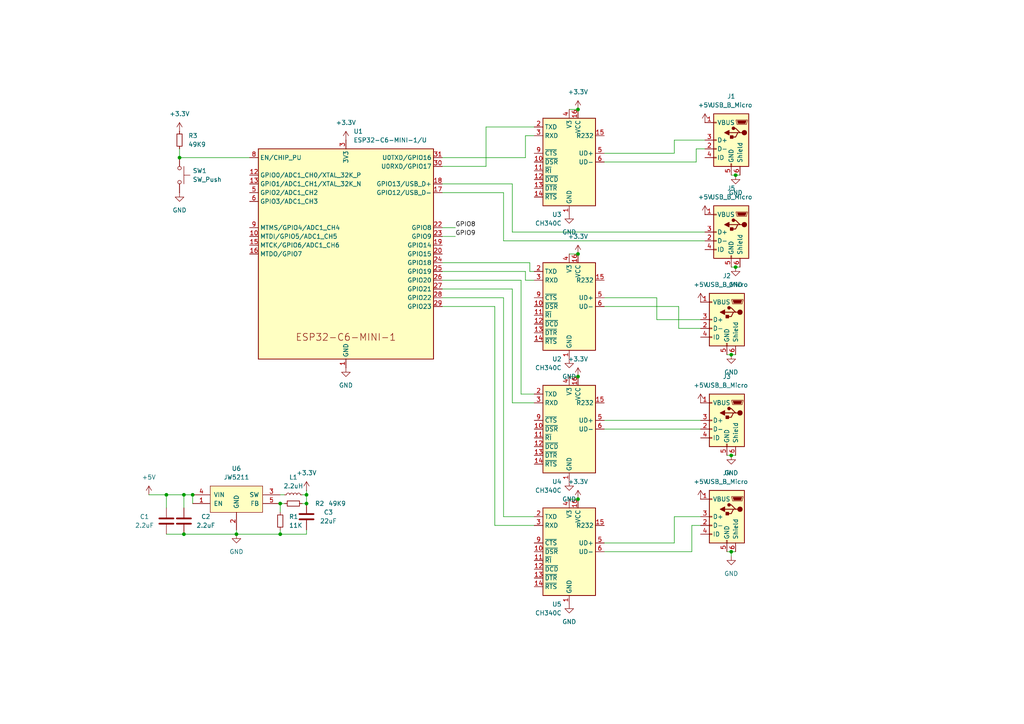
<source format=kicad_sch>
(kicad_sch
	(version 20231120)
	(generator "eeschema")
	(generator_version "8.0")
	(uuid "59495e62-2f4e-4e25-bb11-7684bbad6c8a")
	(paper "A4")
	(lib_symbols
		(symbol "Connector:USB_B_Micro"
			(pin_names
				(offset 1.016)
			)
			(exclude_from_sim no)
			(in_bom yes)
			(on_board yes)
			(property "Reference" "J"
				(at -5.08 11.43 0)
				(effects
					(font
						(size 1.27 1.27)
					)
					(justify left)
				)
			)
			(property "Value" "USB_B_Micro"
				(at -5.08 8.89 0)
				(effects
					(font
						(size 1.27 1.27)
					)
					(justify left)
				)
			)
			(property "Footprint" ""
				(at 3.81 -1.27 0)
				(effects
					(font
						(size 1.27 1.27)
					)
					(hide yes)
				)
			)
			(property "Datasheet" "~"
				(at 3.81 -1.27 0)
				(effects
					(font
						(size 1.27 1.27)
					)
					(hide yes)
				)
			)
			(property "Description" "USB Micro Type B connector"
				(at 0 0 0)
				(effects
					(font
						(size 1.27 1.27)
					)
					(hide yes)
				)
			)
			(property "ki_keywords" "connector USB micro"
				(at 0 0 0)
				(effects
					(font
						(size 1.27 1.27)
					)
					(hide yes)
				)
			)
			(property "ki_fp_filters" "USB*"
				(at 0 0 0)
				(effects
					(font
						(size 1.27 1.27)
					)
					(hide yes)
				)
			)
			(symbol "USB_B_Micro_0_1"
				(rectangle
					(start -5.08 -7.62)
					(end 5.08 7.62)
					(stroke
						(width 0.254)
						(type default)
					)
					(fill
						(type background)
					)
				)
				(circle
					(center -3.81 2.159)
					(radius 0.635)
					(stroke
						(width 0.254)
						(type default)
					)
					(fill
						(type outline)
					)
				)
				(circle
					(center -0.635 3.429)
					(radius 0.381)
					(stroke
						(width 0.254)
						(type default)
					)
					(fill
						(type outline)
					)
				)
				(rectangle
					(start -0.127 -7.62)
					(end 0.127 -6.858)
					(stroke
						(width 0)
						(type default)
					)
					(fill
						(type none)
					)
				)
				(polyline
					(pts
						(xy -1.905 2.159) (xy 0.635 2.159)
					)
					(stroke
						(width 0.254)
						(type default)
					)
					(fill
						(type none)
					)
				)
				(polyline
					(pts
						(xy -3.175 2.159) (xy -2.54 2.159) (xy -1.27 3.429) (xy -0.635 3.429)
					)
					(stroke
						(width 0.254)
						(type default)
					)
					(fill
						(type none)
					)
				)
				(polyline
					(pts
						(xy -2.54 2.159) (xy -1.905 2.159) (xy -1.27 0.889) (xy 0 0.889)
					)
					(stroke
						(width 0.254)
						(type default)
					)
					(fill
						(type none)
					)
				)
				(polyline
					(pts
						(xy 0.635 2.794) (xy 0.635 1.524) (xy 1.905 2.159) (xy 0.635 2.794)
					)
					(stroke
						(width 0.254)
						(type default)
					)
					(fill
						(type outline)
					)
				)
				(polyline
					(pts
						(xy -4.318 5.588) (xy -1.778 5.588) (xy -2.032 4.826) (xy -4.064 4.826) (xy -4.318 5.588)
					)
					(stroke
						(width 0)
						(type default)
					)
					(fill
						(type outline)
					)
				)
				(polyline
					(pts
						(xy -4.699 5.842) (xy -4.699 5.588) (xy -4.445 4.826) (xy -4.445 4.572) (xy -1.651 4.572) (xy -1.651 4.826)
						(xy -1.397 5.588) (xy -1.397 5.842) (xy -4.699 5.842)
					)
					(stroke
						(width 0)
						(type default)
					)
					(fill
						(type none)
					)
				)
				(rectangle
					(start 0.254 1.27)
					(end -0.508 0.508)
					(stroke
						(width 0.254)
						(type default)
					)
					(fill
						(type outline)
					)
				)
				(rectangle
					(start 5.08 -5.207)
					(end 4.318 -4.953)
					(stroke
						(width 0)
						(type default)
					)
					(fill
						(type none)
					)
				)
				(rectangle
					(start 5.08 -2.667)
					(end 4.318 -2.413)
					(stroke
						(width 0)
						(type default)
					)
					(fill
						(type none)
					)
				)
				(rectangle
					(start 5.08 -0.127)
					(end 4.318 0.127)
					(stroke
						(width 0)
						(type default)
					)
					(fill
						(type none)
					)
				)
				(rectangle
					(start 5.08 4.953)
					(end 4.318 5.207)
					(stroke
						(width 0)
						(type default)
					)
					(fill
						(type none)
					)
				)
			)
			(symbol "USB_B_Micro_1_1"
				(pin power_out line
					(at 7.62 5.08 180)
					(length 2.54)
					(name "VBUS"
						(effects
							(font
								(size 1.27 1.27)
							)
						)
					)
					(number "1"
						(effects
							(font
								(size 1.27 1.27)
							)
						)
					)
				)
				(pin bidirectional line
					(at 7.62 -2.54 180)
					(length 2.54)
					(name "D-"
						(effects
							(font
								(size 1.27 1.27)
							)
						)
					)
					(number "2"
						(effects
							(font
								(size 1.27 1.27)
							)
						)
					)
				)
				(pin bidirectional line
					(at 7.62 0 180)
					(length 2.54)
					(name "D+"
						(effects
							(font
								(size 1.27 1.27)
							)
						)
					)
					(number "3"
						(effects
							(font
								(size 1.27 1.27)
							)
						)
					)
				)
				(pin passive line
					(at 7.62 -5.08 180)
					(length 2.54)
					(name "ID"
						(effects
							(font
								(size 1.27 1.27)
							)
						)
					)
					(number "4"
						(effects
							(font
								(size 1.27 1.27)
							)
						)
					)
				)
				(pin power_out line
					(at 0 -10.16 90)
					(length 2.54)
					(name "GND"
						(effects
							(font
								(size 1.27 1.27)
							)
						)
					)
					(number "5"
						(effects
							(font
								(size 1.27 1.27)
							)
						)
					)
				)
				(pin passive line
					(at -2.54 -10.16 90)
					(length 2.54)
					(name "Shield"
						(effects
							(font
								(size 1.27 1.27)
							)
						)
					)
					(number "6"
						(effects
							(font
								(size 1.27 1.27)
							)
						)
					)
				)
			)
		)
		(symbol "Device:C"
			(pin_numbers hide)
			(pin_names
				(offset 0.254)
			)
			(exclude_from_sim no)
			(in_bom yes)
			(on_board yes)
			(property "Reference" "C"
				(at 0.635 2.54 0)
				(effects
					(font
						(size 1.27 1.27)
					)
					(justify left)
				)
			)
			(property "Value" "C"
				(at 0.635 -2.54 0)
				(effects
					(font
						(size 1.27 1.27)
					)
					(justify left)
				)
			)
			(property "Footprint" ""
				(at 0.9652 -3.81 0)
				(effects
					(font
						(size 1.27 1.27)
					)
					(hide yes)
				)
			)
			(property "Datasheet" "~"
				(at 0 0 0)
				(effects
					(font
						(size 1.27 1.27)
					)
					(hide yes)
				)
			)
			(property "Description" "Unpolarized capacitor"
				(at 0 0 0)
				(effects
					(font
						(size 1.27 1.27)
					)
					(hide yes)
				)
			)
			(property "ki_keywords" "cap capacitor"
				(at 0 0 0)
				(effects
					(font
						(size 1.27 1.27)
					)
					(hide yes)
				)
			)
			(property "ki_fp_filters" "C_*"
				(at 0 0 0)
				(effects
					(font
						(size 1.27 1.27)
					)
					(hide yes)
				)
			)
			(symbol "C_0_1"
				(polyline
					(pts
						(xy -2.032 -0.762) (xy 2.032 -0.762)
					)
					(stroke
						(width 0.508)
						(type default)
					)
					(fill
						(type none)
					)
				)
				(polyline
					(pts
						(xy -2.032 0.762) (xy 2.032 0.762)
					)
					(stroke
						(width 0.508)
						(type default)
					)
					(fill
						(type none)
					)
				)
			)
			(symbol "C_1_1"
				(pin passive line
					(at 0 3.81 270)
					(length 2.794)
					(name "~"
						(effects
							(font
								(size 1.27 1.27)
							)
						)
					)
					(number "1"
						(effects
							(font
								(size 1.27 1.27)
							)
						)
					)
				)
				(pin passive line
					(at 0 -3.81 90)
					(length 2.794)
					(name "~"
						(effects
							(font
								(size 1.27 1.27)
							)
						)
					)
					(number "2"
						(effects
							(font
								(size 1.27 1.27)
							)
						)
					)
				)
			)
		)
		(symbol "Device:L_Small"
			(pin_numbers hide)
			(pin_names
				(offset 0.254) hide)
			(exclude_from_sim no)
			(in_bom yes)
			(on_board yes)
			(property "Reference" "L"
				(at 0.762 1.016 0)
				(effects
					(font
						(size 1.27 1.27)
					)
					(justify left)
				)
			)
			(property "Value" "L_Small"
				(at 0.762 -1.016 0)
				(effects
					(font
						(size 1.27 1.27)
					)
					(justify left)
				)
			)
			(property "Footprint" ""
				(at 0 0 0)
				(effects
					(font
						(size 1.27 1.27)
					)
					(hide yes)
				)
			)
			(property "Datasheet" "~"
				(at 0 0 0)
				(effects
					(font
						(size 1.27 1.27)
					)
					(hide yes)
				)
			)
			(property "Description" "Inductor, small symbol"
				(at 0 0 0)
				(effects
					(font
						(size 1.27 1.27)
					)
					(hide yes)
				)
			)
			(property "ki_keywords" "inductor choke coil reactor magnetic"
				(at 0 0 0)
				(effects
					(font
						(size 1.27 1.27)
					)
					(hide yes)
				)
			)
			(property "ki_fp_filters" "Choke_* *Coil* Inductor_* L_*"
				(at 0 0 0)
				(effects
					(font
						(size 1.27 1.27)
					)
					(hide yes)
				)
			)
			(symbol "L_Small_0_1"
				(arc
					(start 0 -2.032)
					(mid 0.508 -1.524)
					(end 0 -1.016)
					(stroke
						(width 0)
						(type default)
					)
					(fill
						(type none)
					)
				)
				(arc
					(start 0 -1.016)
					(mid 0.508 -0.508)
					(end 0 0)
					(stroke
						(width 0)
						(type default)
					)
					(fill
						(type none)
					)
				)
				(arc
					(start 0 0)
					(mid 0.508 0.508)
					(end 0 1.016)
					(stroke
						(width 0)
						(type default)
					)
					(fill
						(type none)
					)
				)
				(arc
					(start 0 1.016)
					(mid 0.508 1.524)
					(end 0 2.032)
					(stroke
						(width 0)
						(type default)
					)
					(fill
						(type none)
					)
				)
			)
			(symbol "L_Small_1_1"
				(pin passive line
					(at 0 2.54 270)
					(length 0.508)
					(name "~"
						(effects
							(font
								(size 1.27 1.27)
							)
						)
					)
					(number "1"
						(effects
							(font
								(size 1.27 1.27)
							)
						)
					)
				)
				(pin passive line
					(at 0 -2.54 90)
					(length 0.508)
					(name "~"
						(effects
							(font
								(size 1.27 1.27)
							)
						)
					)
					(number "2"
						(effects
							(font
								(size 1.27 1.27)
							)
						)
					)
				)
			)
		)
		(symbol "Device:R_Small"
			(pin_numbers hide)
			(pin_names
				(offset 0.254) hide)
			(exclude_from_sim no)
			(in_bom yes)
			(on_board yes)
			(property "Reference" "R"
				(at 0.762 0.508 0)
				(effects
					(font
						(size 1.27 1.27)
					)
					(justify left)
				)
			)
			(property "Value" "R_Small"
				(at 0.762 -1.016 0)
				(effects
					(font
						(size 1.27 1.27)
					)
					(justify left)
				)
			)
			(property "Footprint" ""
				(at 0 0 0)
				(effects
					(font
						(size 1.27 1.27)
					)
					(hide yes)
				)
			)
			(property "Datasheet" "~"
				(at 0 0 0)
				(effects
					(font
						(size 1.27 1.27)
					)
					(hide yes)
				)
			)
			(property "Description" "Resistor, small symbol"
				(at 0 0 0)
				(effects
					(font
						(size 1.27 1.27)
					)
					(hide yes)
				)
			)
			(property "ki_keywords" "R resistor"
				(at 0 0 0)
				(effects
					(font
						(size 1.27 1.27)
					)
					(hide yes)
				)
			)
			(property "ki_fp_filters" "R_*"
				(at 0 0 0)
				(effects
					(font
						(size 1.27 1.27)
					)
					(hide yes)
				)
			)
			(symbol "R_Small_0_1"
				(rectangle
					(start -0.762 1.778)
					(end 0.762 -1.778)
					(stroke
						(width 0.2032)
						(type default)
					)
					(fill
						(type none)
					)
				)
			)
			(symbol "R_Small_1_1"
				(pin passive line
					(at 0 2.54 270)
					(length 0.762)
					(name "~"
						(effects
							(font
								(size 1.27 1.27)
							)
						)
					)
					(number "1"
						(effects
							(font
								(size 1.27 1.27)
							)
						)
					)
				)
				(pin passive line
					(at 0 -2.54 90)
					(length 0.762)
					(name "~"
						(effects
							(font
								(size 1.27 1.27)
							)
						)
					)
					(number "2"
						(effects
							(font
								(size 1.27 1.27)
							)
						)
					)
				)
			)
		)
		(symbol "Espressif:ESP32-C6-MINI-1/U"
			(exclude_from_sim no)
			(in_bom yes)
			(on_board yes)
			(property "Reference" "U"
				(at -25.4 35.56 0)
				(effects
					(font
						(size 1.27 1.27)
					)
					(justify left)
				)
			)
			(property "Value" "ESP32-C6-MINI-1/U"
				(at -25.4 33.02 0)
				(effects
					(font
						(size 1.27 1.27)
					)
					(justify left)
				)
			)
			(property "Footprint" "PCM_Espressif:ESP32-C6-MINI-1"
				(at 0 -45.085 0)
				(effects
					(font
						(size 1.27 1.27)
					)
					(hide yes)
				)
			)
			(property "Datasheet" "https://www.espressif.com/sites/default/files/documentation/esp32-c6-mini-1_datasheet_en.pdf"
				(at 0 -48.26 0)
				(effects
					(font
						(size 1.27 1.27)
					)
					(hide yes)
				)
			)
			(property "Description" "ESP32-C6-MINI-1 is a module that supports 2.4 GHz Wi-Fi 6 (802.11 ax), Bluetooth® 5 (LE), Zigbee and Thread (802.15.4)"
				(at 0 0 0)
				(effects
					(font
						(size 1.27 1.27)
					)
					(hide yes)
				)
			)
			(property "ki_keywords" "esp32-c6 esp32-c6-mini-1 esp32-c6-mini-1u"
				(at 0 0 0)
				(effects
					(font
						(size 1.27 1.27)
					)
					(hide yes)
				)
			)
			(symbol "ESP32-C6-MINI-1/U_0_0"
				(text "ESP32-C6-MINI-1"
					(at 0 -24.13 0)
					(effects
						(font
							(size 2 2)
						)
					)
				)
			)
			(symbol "ESP32-C6-MINI-1/U_0_1"
				(rectangle
					(start -25.4 30.48)
					(end 25.4 -30.48)
					(stroke
						(width 0.254)
						(type default)
					)
					(fill
						(type background)
					)
				)
			)
			(symbol "ESP32-C6-MINI-1/U_1_1"
				(pin power_in line
					(at 0 -33.02 90)
					(length 2.54)
					(name "GND"
						(effects
							(font
								(size 1.27 1.27)
							)
						)
					)
					(number "1"
						(effects
							(font
								(size 1.27 1.27)
							)
						)
					)
				)
				(pin bidirectional line
					(at -27.94 5.08 0)
					(length 2.54)
					(name "MTDI/GPIO5/ADC1_CH5"
						(effects
							(font
								(size 1.27 1.27)
							)
						)
					)
					(number "10"
						(effects
							(font
								(size 1.27 1.27)
							)
						)
					)
				)
				(pin passive line
					(at 0 -33.02 90)
					(length 2.54) hide
					(name "GND"
						(effects
							(font
								(size 1.27 1.27)
							)
						)
					)
					(number "11"
						(effects
							(font
								(size 1.27 1.27)
							)
						)
					)
				)
				(pin bidirectional line
					(at -27.94 22.86 0)
					(length 2.54)
					(name "GPIO0/ADC1_CH0/XTAL_32K_P"
						(effects
							(font
								(size 1.27 1.27)
							)
						)
					)
					(number "12"
						(effects
							(font
								(size 1.27 1.27)
							)
						)
					)
				)
				(pin bidirectional line
					(at -27.94 20.32 0)
					(length 2.54)
					(name "GPIO1/ADC1_CH1/XTAL_32K_N"
						(effects
							(font
								(size 1.27 1.27)
							)
						)
					)
					(number "13"
						(effects
							(font
								(size 1.27 1.27)
							)
						)
					)
				)
				(pin passive line
					(at 0 -33.02 90)
					(length 2.54) hide
					(name "GND"
						(effects
							(font
								(size 1.27 1.27)
							)
						)
					)
					(number "14"
						(effects
							(font
								(size 1.27 1.27)
							)
						)
					)
				)
				(pin bidirectional line
					(at -27.94 2.54 0)
					(length 2.54)
					(name "MTCK/GPIO6/ADC1_CH6"
						(effects
							(font
								(size 1.27 1.27)
							)
						)
					)
					(number "15"
						(effects
							(font
								(size 1.27 1.27)
							)
						)
					)
				)
				(pin bidirectional line
					(at -27.94 0 0)
					(length 2.54)
					(name "MTDO/GPIO7"
						(effects
							(font
								(size 1.27 1.27)
							)
						)
					)
					(number "16"
						(effects
							(font
								(size 1.27 1.27)
							)
						)
					)
				)
				(pin bidirectional line
					(at 27.94 17.78 180)
					(length 2.54)
					(name "GPIO12/USB_D-"
						(effects
							(font
								(size 1.27 1.27)
							)
						)
					)
					(number "17"
						(effects
							(font
								(size 1.27 1.27)
							)
						)
					)
				)
				(pin bidirectional line
					(at 27.94 20.32 180)
					(length 2.54)
					(name "GPIO13/USB_D+"
						(effects
							(font
								(size 1.27 1.27)
							)
						)
					)
					(number "18"
						(effects
							(font
								(size 1.27 1.27)
							)
						)
					)
				)
				(pin bidirectional line
					(at 27.94 2.54 180)
					(length 2.54)
					(name "GPIO14"
						(effects
							(font
								(size 1.27 1.27)
							)
						)
					)
					(number "19"
						(effects
							(font
								(size 1.27 1.27)
							)
						)
					)
				)
				(pin passive line
					(at 0 -33.02 90)
					(length 2.54) hide
					(name "GND"
						(effects
							(font
								(size 1.27 1.27)
							)
						)
					)
					(number "2"
						(effects
							(font
								(size 1.27 1.27)
							)
						)
					)
				)
				(pin bidirectional line
					(at 27.94 0 180)
					(length 2.54)
					(name "GPIO15"
						(effects
							(font
								(size 1.27 1.27)
							)
						)
					)
					(number "20"
						(effects
							(font
								(size 1.27 1.27)
							)
						)
					)
				)
				(pin no_connect line
					(at -25.4 -10.16 0)
					(length 2.54) hide
					(name "NC"
						(effects
							(font
								(size 1.27 1.27)
							)
						)
					)
					(number "21"
						(effects
							(font
								(size 1.27 1.27)
							)
						)
					)
				)
				(pin bidirectional line
					(at 27.94 7.62 180)
					(length 2.54)
					(name "GPIO8"
						(effects
							(font
								(size 1.27 1.27)
							)
						)
					)
					(number "22"
						(effects
							(font
								(size 1.27 1.27)
							)
						)
					)
				)
				(pin bidirectional line
					(at 27.94 5.08 180)
					(length 2.54)
					(name "GPIO9"
						(effects
							(font
								(size 1.27 1.27)
							)
						)
					)
					(number "23"
						(effects
							(font
								(size 1.27 1.27)
							)
						)
					)
				)
				(pin bidirectional line
					(at 27.94 -2.54 180)
					(length 2.54)
					(name "GPIO18"
						(effects
							(font
								(size 1.27 1.27)
							)
						)
					)
					(number "24"
						(effects
							(font
								(size 1.27 1.27)
							)
						)
					)
				)
				(pin bidirectional line
					(at 27.94 -5.08 180)
					(length 2.54)
					(name "GPIO19"
						(effects
							(font
								(size 1.27 1.27)
							)
						)
					)
					(number "25"
						(effects
							(font
								(size 1.27 1.27)
							)
						)
					)
				)
				(pin bidirectional line
					(at 27.94 -7.62 180)
					(length 2.54)
					(name "GPIO20"
						(effects
							(font
								(size 1.27 1.27)
							)
						)
					)
					(number "26"
						(effects
							(font
								(size 1.27 1.27)
							)
						)
					)
				)
				(pin bidirectional line
					(at 27.94 -10.16 180)
					(length 2.54)
					(name "GPIO21"
						(effects
							(font
								(size 1.27 1.27)
							)
						)
					)
					(number "27"
						(effects
							(font
								(size 1.27 1.27)
							)
						)
					)
				)
				(pin bidirectional line
					(at 27.94 -12.7 180)
					(length 2.54)
					(name "GPIO22"
						(effects
							(font
								(size 1.27 1.27)
							)
						)
					)
					(number "28"
						(effects
							(font
								(size 1.27 1.27)
							)
						)
					)
				)
				(pin bidirectional line
					(at 27.94 -15.24 180)
					(length 2.54)
					(name "GPIO23"
						(effects
							(font
								(size 1.27 1.27)
							)
						)
					)
					(number "29"
						(effects
							(font
								(size 1.27 1.27)
							)
						)
					)
				)
				(pin power_in line
					(at 0 33.02 270)
					(length 2.54)
					(name "3V3"
						(effects
							(font
								(size 1.27 1.27)
							)
						)
					)
					(number "3"
						(effects
							(font
								(size 1.27 1.27)
							)
						)
					)
				)
				(pin bidirectional line
					(at 27.94 25.4 180)
					(length 2.54)
					(name "U0RXD/GPIO17"
						(effects
							(font
								(size 1.27 1.27)
							)
						)
					)
					(number "30"
						(effects
							(font
								(size 1.27 1.27)
							)
						)
					)
				)
				(pin bidirectional line
					(at 27.94 27.94 180)
					(length 2.54)
					(name "U0TXD/GPIO16"
						(effects
							(font
								(size 1.27 1.27)
							)
						)
					)
					(number "31"
						(effects
							(font
								(size 1.27 1.27)
							)
						)
					)
				)
				(pin no_connect line
					(at -25.4 -12.7 0)
					(length 2.54) hide
					(name "NC"
						(effects
							(font
								(size 1.27 1.27)
							)
						)
					)
					(number "32"
						(effects
							(font
								(size 1.27 1.27)
							)
						)
					)
				)
				(pin no_connect line
					(at -25.4 -15.24 0)
					(length 2.54) hide
					(name "NC"
						(effects
							(font
								(size 1.27 1.27)
							)
						)
					)
					(number "33"
						(effects
							(font
								(size 1.27 1.27)
							)
						)
					)
				)
				(pin no_connect line
					(at -25.4 -17.78 0)
					(length 2.54) hide
					(name "NC"
						(effects
							(font
								(size 1.27 1.27)
							)
						)
					)
					(number "34"
						(effects
							(font
								(size 1.27 1.27)
							)
						)
					)
				)
				(pin no_connect line
					(at -25.4 -20.32 0)
					(length 2.54) hide
					(name "NC"
						(effects
							(font
								(size 1.27 1.27)
							)
						)
					)
					(number "35"
						(effects
							(font
								(size 1.27 1.27)
							)
						)
					)
				)
				(pin passive line
					(at 0 -33.02 90)
					(length 2.54) hide
					(name "GND"
						(effects
							(font
								(size 1.27 1.27)
							)
						)
					)
					(number "36"
						(effects
							(font
								(size 1.27 1.27)
							)
						)
					)
				)
				(pin passive line
					(at 0 -33.02 90)
					(length 2.54) hide
					(name "GND"
						(effects
							(font
								(size 1.27 1.27)
							)
						)
					)
					(number "37"
						(effects
							(font
								(size 1.27 1.27)
							)
						)
					)
				)
				(pin passive line
					(at 0 -33.02 90)
					(length 2.54) hide
					(name "GND"
						(effects
							(font
								(size 1.27 1.27)
							)
						)
					)
					(number "38"
						(effects
							(font
								(size 1.27 1.27)
							)
						)
					)
				)
				(pin passive line
					(at 0 -33.02 90)
					(length 2.54) hide
					(name "GND"
						(effects
							(font
								(size 1.27 1.27)
							)
						)
					)
					(number "39"
						(effects
							(font
								(size 1.27 1.27)
							)
						)
					)
				)
				(pin no_connect line
					(at -25.4 -5.08 0)
					(length 2.54) hide
					(name "NC"
						(effects
							(font
								(size 1.27 1.27)
							)
						)
					)
					(number "4"
						(effects
							(font
								(size 1.27 1.27)
							)
						)
					)
				)
				(pin passive line
					(at 0 -33.02 90)
					(length 2.54) hide
					(name "GND"
						(effects
							(font
								(size 1.27 1.27)
							)
						)
					)
					(number "40"
						(effects
							(font
								(size 1.27 1.27)
							)
						)
					)
				)
				(pin passive line
					(at 0 -33.02 90)
					(length 2.54) hide
					(name "GND"
						(effects
							(font
								(size 1.27 1.27)
							)
						)
					)
					(number "41"
						(effects
							(font
								(size 1.27 1.27)
							)
						)
					)
				)
				(pin passive line
					(at 0 -33.02 90)
					(length 2.54) hide
					(name "GND"
						(effects
							(font
								(size 1.27 1.27)
							)
						)
					)
					(number "42"
						(effects
							(font
								(size 1.27 1.27)
							)
						)
					)
				)
				(pin passive line
					(at 0 -33.02 90)
					(length 2.54) hide
					(name "GND"
						(effects
							(font
								(size 1.27 1.27)
							)
						)
					)
					(number "43"
						(effects
							(font
								(size 1.27 1.27)
							)
						)
					)
				)
				(pin passive line
					(at 0 -33.02 90)
					(length 2.54) hide
					(name "GND"
						(effects
							(font
								(size 1.27 1.27)
							)
						)
					)
					(number "44"
						(effects
							(font
								(size 1.27 1.27)
							)
						)
					)
				)
				(pin passive line
					(at 0 -33.02 90)
					(length 2.54) hide
					(name "GND"
						(effects
							(font
								(size 1.27 1.27)
							)
						)
					)
					(number "45"
						(effects
							(font
								(size 1.27 1.27)
							)
						)
					)
				)
				(pin passive line
					(at 0 -33.02 90)
					(length 2.54) hide
					(name "GND"
						(effects
							(font
								(size 1.27 1.27)
							)
						)
					)
					(number "46"
						(effects
							(font
								(size 1.27 1.27)
							)
						)
					)
				)
				(pin passive line
					(at 0 -33.02 90)
					(length 2.54) hide
					(name "GND"
						(effects
							(font
								(size 1.27 1.27)
							)
						)
					)
					(number "47"
						(effects
							(font
								(size 1.27 1.27)
							)
						)
					)
				)
				(pin passive line
					(at 0 -33.02 90)
					(length 2.54) hide
					(name "GND"
						(effects
							(font
								(size 1.27 1.27)
							)
						)
					)
					(number "48"
						(effects
							(font
								(size 1.27 1.27)
							)
						)
					)
				)
				(pin passive line
					(at 0 -33.02 90)
					(length 2.54) hide
					(name "GND"
						(effects
							(font
								(size 1.27 1.27)
							)
						)
					)
					(number "49"
						(effects
							(font
								(size 1.27 1.27)
							)
						)
					)
				)
				(pin bidirectional line
					(at -27.94 17.78 0)
					(length 2.54)
					(name "GPIO2/ADC1_CH2"
						(effects
							(font
								(size 1.27 1.27)
							)
						)
					)
					(number "5"
						(effects
							(font
								(size 1.27 1.27)
							)
						)
					)
				)
				(pin passive line
					(at 0 -33.02 90)
					(length 2.54) hide
					(name "GND"
						(effects
							(font
								(size 1.27 1.27)
							)
						)
					)
					(number "50"
						(effects
							(font
								(size 1.27 1.27)
							)
						)
					)
				)
				(pin passive line
					(at 0 -33.02 90)
					(length 2.54) hide
					(name "GND"
						(effects
							(font
								(size 1.27 1.27)
							)
						)
					)
					(number "51"
						(effects
							(font
								(size 1.27 1.27)
							)
						)
					)
				)
				(pin passive line
					(at 0 -33.02 90)
					(length 2.54) hide
					(name "GND"
						(effects
							(font
								(size 1.27 1.27)
							)
						)
					)
					(number "52"
						(effects
							(font
								(size 1.27 1.27)
							)
						)
					)
				)
				(pin passive line
					(at 0 -33.02 90)
					(length 2.54) hide
					(name "GND"
						(effects
							(font
								(size 1.27 1.27)
							)
						)
					)
					(number "53"
						(effects
							(font
								(size 1.27 1.27)
							)
						)
					)
				)
				(pin bidirectional line
					(at -27.94 15.24 0)
					(length 2.54)
					(name "GPIO3/ADC1_CH3"
						(effects
							(font
								(size 1.27 1.27)
							)
						)
					)
					(number "6"
						(effects
							(font
								(size 1.27 1.27)
							)
						)
					)
				)
				(pin no_connect line
					(at -25.4 -7.62 0)
					(length 2.54) hide
					(name "NC"
						(effects
							(font
								(size 1.27 1.27)
							)
						)
					)
					(number "7"
						(effects
							(font
								(size 1.27 1.27)
							)
						)
					)
				)
				(pin input line
					(at -27.94 27.94 0)
					(length 2.54)
					(name "EN/CHIP_PU"
						(effects
							(font
								(size 1.27 1.27)
							)
						)
					)
					(number "8"
						(effects
							(font
								(size 1.27 1.27)
							)
						)
					)
				)
				(pin bidirectional line
					(at -27.94 7.62 0)
					(length 2.54)
					(name "MTMS/GPIO4/ADC1_CH4"
						(effects
							(font
								(size 1.27 1.27)
							)
						)
					)
					(number "9"
						(effects
							(font
								(size 1.27 1.27)
							)
						)
					)
				)
			)
		)
		(symbol "F1C100s:JW5211"
			(pin_names
				(offset 1.016)
			)
			(exclude_from_sim no)
			(in_bom yes)
			(on_board yes)
			(property "Reference" "U"
				(at -7.62 5.08 0)
				(effects
					(font
						(size 1.27 1.27)
					)
					(justify left)
				)
			)
			(property "Value" "JW5211"
				(at 7.62 5.08 0)
				(effects
					(font
						(size 1.27 1.27)
					)
					(justify right)
				)
			)
			(property "Footprint" "Package_TO_SOT_SMD:SOT-23-5"
				(at 0 7.62 0)
				(effects
					(font
						(size 1.27 1.27)
					)
					(hide yes)
				)
			)
			(property "Datasheet" "https://datasheet.lcsc.com/szlcsc/1903011605_JoulWatt-Tech-JW5211_C371423.pdf"
				(at 0 10.16 0)
				(effects
					(font
						(size 1.27 1.27)
					)
					(hide yes)
				)
			)
			(property "Description" ""
				(at 0 0 0)
				(effects
					(font
						(size 1.27 1.27)
					)
					(hide yes)
				)
			)
			(symbol "JW5211_0_1"
				(rectangle
					(start 7.62 -3.81)
					(end -7.62 3.81)
					(stroke
						(width 0)
						(type default)
					)
					(fill
						(type background)
					)
				)
			)
			(symbol "JW5211_1_0"
				(pin input line
					(at -12.7 -1.27 0)
					(length 5.08)
					(name "EN"
						(effects
							(font
								(size 1.27 1.27)
							)
						)
					)
					(number "1"
						(effects
							(font
								(size 1.27 1.27)
							)
						)
					)
				)
				(pin power_in line
					(at 0 -8.89 90)
					(length 5.08)
					(name "GND"
						(effects
							(font
								(size 1.27 1.27)
							)
						)
					)
					(number "2"
						(effects
							(font
								(size 1.27 1.27)
							)
						)
					)
				)
				(pin power_out line
					(at 12.7 1.27 180)
					(length 5.08)
					(name "SW"
						(effects
							(font
								(size 1.27 1.27)
							)
						)
					)
					(number "3"
						(effects
							(font
								(size 1.27 1.27)
							)
						)
					)
				)
				(pin power_in line
					(at -12.7 1.27 0)
					(length 5.08)
					(name "VIN"
						(effects
							(font
								(size 1.27 1.27)
							)
						)
					)
					(number "4"
						(effects
							(font
								(size 1.27 1.27)
							)
						)
					)
				)
				(pin input line
					(at 12.7 -1.27 180)
					(length 5.08)
					(name "FB"
						(effects
							(font
								(size 1.27 1.27)
							)
						)
					)
					(number "5"
						(effects
							(font
								(size 1.27 1.27)
							)
						)
					)
				)
			)
		)
		(symbol "Interface_USB:CH340C"
			(exclude_from_sim no)
			(in_bom yes)
			(on_board yes)
			(property "Reference" "U"
				(at -5.08 13.97 0)
				(effects
					(font
						(size 1.27 1.27)
					)
					(justify right)
				)
			)
			(property "Value" "CH340C"
				(at 1.27 13.97 0)
				(effects
					(font
						(size 1.27 1.27)
					)
					(justify left)
				)
			)
			(property "Footprint" "Package_SO:SOIC-16_3.9x9.9mm_P1.27mm"
				(at -18.542 30.226 0)
				(effects
					(font
						(size 1.27 1.27)
					)
					(justify left)
					(hide yes)
				)
			)
			(property "Datasheet" "https://datasheet.lcsc.com/szlcsc/Jiangsu-Qin-Heng-CH340C_C84681.pdf"
				(at -6.604 33.274 0)
				(effects
					(font
						(size 1.27 1.27)
					)
					(hide yes)
				)
			)
			(property "Description" "USB serial converter, crystal-less, UART, SOIC-16"
				(at -1.524 36.068 0)
				(effects
					(font
						(size 1.27 1.27)
					)
					(hide yes)
				)
			)
			(property "ki_keywords" "USB UART Serial Converter Interface"
				(at 0 0 0)
				(effects
					(font
						(size 1.27 1.27)
					)
					(hide yes)
				)
			)
			(property "ki_fp_filters" "SOIC*3.9x9.9mm*P1.27mm*"
				(at 0 0 0)
				(effects
					(font
						(size 1.27 1.27)
					)
					(hide yes)
				)
			)
			(symbol "CH340C_0_1"
				(rectangle
					(start -7.62 12.7)
					(end 7.62 -12.7)
					(stroke
						(width 0.254)
						(type default)
					)
					(fill
						(type background)
					)
				)
			)
			(symbol "CH340C_1_1"
				(pin power_in line
					(at 0 -15.24 90)
					(length 2.54)
					(name "GND"
						(effects
							(font
								(size 1.27 1.27)
							)
						)
					)
					(number "1"
						(effects
							(font
								(size 1.27 1.27)
							)
						)
					)
				)
				(pin input line
					(at 10.16 0 180)
					(length 2.54)
					(name "~{DSR}"
						(effects
							(font
								(size 1.27 1.27)
							)
						)
					)
					(number "10"
						(effects
							(font
								(size 1.27 1.27)
							)
						)
					)
				)
				(pin input line
					(at 10.16 -2.54 180)
					(length 2.54)
					(name "~{RI}"
						(effects
							(font
								(size 1.27 1.27)
							)
						)
					)
					(number "11"
						(effects
							(font
								(size 1.27 1.27)
							)
						)
					)
				)
				(pin input line
					(at 10.16 -5.08 180)
					(length 2.54)
					(name "~{DCD}"
						(effects
							(font
								(size 1.27 1.27)
							)
						)
					)
					(number "12"
						(effects
							(font
								(size 1.27 1.27)
							)
						)
					)
				)
				(pin output line
					(at 10.16 -7.62 180)
					(length 2.54)
					(name "~{DTR}"
						(effects
							(font
								(size 1.27 1.27)
							)
						)
					)
					(number "13"
						(effects
							(font
								(size 1.27 1.27)
							)
						)
					)
				)
				(pin output line
					(at 10.16 -10.16 180)
					(length 2.54)
					(name "~{RTS}"
						(effects
							(font
								(size 1.27 1.27)
							)
						)
					)
					(number "14"
						(effects
							(font
								(size 1.27 1.27)
							)
						)
					)
				)
				(pin input line
					(at -10.16 7.62 0)
					(length 2.54)
					(name "R232"
						(effects
							(font
								(size 1.27 1.27)
							)
						)
					)
					(number "15"
						(effects
							(font
								(size 1.27 1.27)
							)
						)
					)
				)
				(pin power_in line
					(at -2.54 15.24 270)
					(length 2.54)
					(name "VCC"
						(effects
							(font
								(size 1.27 1.27)
							)
						)
					)
					(number "16"
						(effects
							(font
								(size 1.27 1.27)
							)
						)
					)
				)
				(pin output line
					(at 10.16 10.16 180)
					(length 2.54)
					(name "TXD"
						(effects
							(font
								(size 1.27 1.27)
							)
						)
					)
					(number "2"
						(effects
							(font
								(size 1.27 1.27)
							)
						)
					)
				)
				(pin input line
					(at 10.16 7.62 180)
					(length 2.54)
					(name "RXD"
						(effects
							(font
								(size 1.27 1.27)
							)
						)
					)
					(number "3"
						(effects
							(font
								(size 1.27 1.27)
							)
						)
					)
				)
				(pin power_out line
					(at 0 15.24 270)
					(length 2.54)
					(name "V3"
						(effects
							(font
								(size 1.27 1.27)
							)
						)
					)
					(number "4"
						(effects
							(font
								(size 1.27 1.27)
							)
						)
					)
				)
				(pin bidirectional line
					(at -10.16 2.54 0)
					(length 2.54)
					(name "UD+"
						(effects
							(font
								(size 1.27 1.27)
							)
						)
					)
					(number "5"
						(effects
							(font
								(size 1.27 1.27)
							)
						)
					)
				)
				(pin bidirectional line
					(at -10.16 0 0)
					(length 2.54)
					(name "UD-"
						(effects
							(font
								(size 1.27 1.27)
							)
						)
					)
					(number "6"
						(effects
							(font
								(size 1.27 1.27)
							)
						)
					)
				)
				(pin no_connect line
					(at -7.62 -5.08 0)
					(length 2.54) hide
					(name "NC"
						(effects
							(font
								(size 1.27 1.27)
							)
						)
					)
					(number "7"
						(effects
							(font
								(size 1.27 1.27)
							)
						)
					)
				)
				(pin no_connect line
					(at -7.62 -7.62 0)
					(length 2.54) hide
					(name "NC"
						(effects
							(font
								(size 1.27 1.27)
							)
						)
					)
					(number "8"
						(effects
							(font
								(size 1.27 1.27)
							)
						)
					)
				)
				(pin input line
					(at 10.16 2.54 180)
					(length 2.54)
					(name "~{CTS}"
						(effects
							(font
								(size 1.27 1.27)
							)
						)
					)
					(number "9"
						(effects
							(font
								(size 1.27 1.27)
							)
						)
					)
				)
			)
		)
		(symbol "Switch:SW_Push"
			(pin_numbers hide)
			(pin_names
				(offset 1.016) hide)
			(exclude_from_sim no)
			(in_bom yes)
			(on_board yes)
			(property "Reference" "SW"
				(at 1.27 2.54 0)
				(effects
					(font
						(size 1.27 1.27)
					)
					(justify left)
				)
			)
			(property "Value" "SW_Push"
				(at 0 -1.524 0)
				(effects
					(font
						(size 1.27 1.27)
					)
				)
			)
			(property "Footprint" ""
				(at 0 5.08 0)
				(effects
					(font
						(size 1.27 1.27)
					)
					(hide yes)
				)
			)
			(property "Datasheet" "~"
				(at 0 5.08 0)
				(effects
					(font
						(size 1.27 1.27)
					)
					(hide yes)
				)
			)
			(property "Description" "Push button switch, generic, two pins"
				(at 0 0 0)
				(effects
					(font
						(size 1.27 1.27)
					)
					(hide yes)
				)
			)
			(property "ki_keywords" "switch normally-open pushbutton push-button"
				(at 0 0 0)
				(effects
					(font
						(size 1.27 1.27)
					)
					(hide yes)
				)
			)
			(symbol "SW_Push_0_1"
				(circle
					(center -2.032 0)
					(radius 0.508)
					(stroke
						(width 0)
						(type default)
					)
					(fill
						(type none)
					)
				)
				(polyline
					(pts
						(xy 0 1.27) (xy 0 3.048)
					)
					(stroke
						(width 0)
						(type default)
					)
					(fill
						(type none)
					)
				)
				(polyline
					(pts
						(xy 2.54 1.27) (xy -2.54 1.27)
					)
					(stroke
						(width 0)
						(type default)
					)
					(fill
						(type none)
					)
				)
				(circle
					(center 2.032 0)
					(radius 0.508)
					(stroke
						(width 0)
						(type default)
					)
					(fill
						(type none)
					)
				)
				(pin passive line
					(at -5.08 0 0)
					(length 2.54)
					(name "1"
						(effects
							(font
								(size 1.27 1.27)
							)
						)
					)
					(number "1"
						(effects
							(font
								(size 1.27 1.27)
							)
						)
					)
				)
				(pin passive line
					(at 5.08 0 180)
					(length 2.54)
					(name "2"
						(effects
							(font
								(size 1.27 1.27)
							)
						)
					)
					(number "2"
						(effects
							(font
								(size 1.27 1.27)
							)
						)
					)
				)
			)
		)
		(symbol "power:+3.3V"
			(power)
			(pin_numbers hide)
			(pin_names
				(offset 0) hide)
			(exclude_from_sim no)
			(in_bom yes)
			(on_board yes)
			(property "Reference" "#PWR"
				(at 0 -3.81 0)
				(effects
					(font
						(size 1.27 1.27)
					)
					(hide yes)
				)
			)
			(property "Value" "+3.3V"
				(at 0 3.556 0)
				(effects
					(font
						(size 1.27 1.27)
					)
				)
			)
			(property "Footprint" ""
				(at 0 0 0)
				(effects
					(font
						(size 1.27 1.27)
					)
					(hide yes)
				)
			)
			(property "Datasheet" ""
				(at 0 0 0)
				(effects
					(font
						(size 1.27 1.27)
					)
					(hide yes)
				)
			)
			(property "Description" "Power symbol creates a global label with name \"+3.3V\""
				(at 0 0 0)
				(effects
					(font
						(size 1.27 1.27)
					)
					(hide yes)
				)
			)
			(property "ki_keywords" "global power"
				(at 0 0 0)
				(effects
					(font
						(size 1.27 1.27)
					)
					(hide yes)
				)
			)
			(symbol "+3.3V_0_1"
				(polyline
					(pts
						(xy -0.762 1.27) (xy 0 2.54)
					)
					(stroke
						(width 0)
						(type default)
					)
					(fill
						(type none)
					)
				)
				(polyline
					(pts
						(xy 0 0) (xy 0 2.54)
					)
					(stroke
						(width 0)
						(type default)
					)
					(fill
						(type none)
					)
				)
				(polyline
					(pts
						(xy 0 2.54) (xy 0.762 1.27)
					)
					(stroke
						(width 0)
						(type default)
					)
					(fill
						(type none)
					)
				)
			)
			(symbol "+3.3V_1_1"
				(pin power_in line
					(at 0 0 90)
					(length 0)
					(name "~"
						(effects
							(font
								(size 1.27 1.27)
							)
						)
					)
					(number "1"
						(effects
							(font
								(size 1.27 1.27)
							)
						)
					)
				)
			)
		)
		(symbol "power:+5V"
			(power)
			(pin_numbers hide)
			(pin_names
				(offset 0) hide)
			(exclude_from_sim no)
			(in_bom yes)
			(on_board yes)
			(property "Reference" "#PWR"
				(at 0 -3.81 0)
				(effects
					(font
						(size 1.27 1.27)
					)
					(hide yes)
				)
			)
			(property "Value" "+5V"
				(at 0 3.556 0)
				(effects
					(font
						(size 1.27 1.27)
					)
				)
			)
			(property "Footprint" ""
				(at 0 0 0)
				(effects
					(font
						(size 1.27 1.27)
					)
					(hide yes)
				)
			)
			(property "Datasheet" ""
				(at 0 0 0)
				(effects
					(font
						(size 1.27 1.27)
					)
					(hide yes)
				)
			)
			(property "Description" "Power symbol creates a global label with name \"+5V\""
				(at 0 0 0)
				(effects
					(font
						(size 1.27 1.27)
					)
					(hide yes)
				)
			)
			(property "ki_keywords" "global power"
				(at 0 0 0)
				(effects
					(font
						(size 1.27 1.27)
					)
					(hide yes)
				)
			)
			(symbol "+5V_0_1"
				(polyline
					(pts
						(xy -0.762 1.27) (xy 0 2.54)
					)
					(stroke
						(width 0)
						(type default)
					)
					(fill
						(type none)
					)
				)
				(polyline
					(pts
						(xy 0 0) (xy 0 2.54)
					)
					(stroke
						(width 0)
						(type default)
					)
					(fill
						(type none)
					)
				)
				(polyline
					(pts
						(xy 0 2.54) (xy 0.762 1.27)
					)
					(stroke
						(width 0)
						(type default)
					)
					(fill
						(type none)
					)
				)
			)
			(symbol "+5V_1_1"
				(pin power_in line
					(at 0 0 90)
					(length 0)
					(name "~"
						(effects
							(font
								(size 1.27 1.27)
							)
						)
					)
					(number "1"
						(effects
							(font
								(size 1.27 1.27)
							)
						)
					)
				)
			)
		)
		(symbol "power:GND"
			(power)
			(pin_numbers hide)
			(pin_names
				(offset 0) hide)
			(exclude_from_sim no)
			(in_bom yes)
			(on_board yes)
			(property "Reference" "#PWR"
				(at 0 -6.35 0)
				(effects
					(font
						(size 1.27 1.27)
					)
					(hide yes)
				)
			)
			(property "Value" "GND"
				(at 0 -3.81 0)
				(effects
					(font
						(size 1.27 1.27)
					)
				)
			)
			(property "Footprint" ""
				(at 0 0 0)
				(effects
					(font
						(size 1.27 1.27)
					)
					(hide yes)
				)
			)
			(property "Datasheet" ""
				(at 0 0 0)
				(effects
					(font
						(size 1.27 1.27)
					)
					(hide yes)
				)
			)
			(property "Description" "Power symbol creates a global label with name \"GND\" , ground"
				(at 0 0 0)
				(effects
					(font
						(size 1.27 1.27)
					)
					(hide yes)
				)
			)
			(property "ki_keywords" "global power"
				(at 0 0 0)
				(effects
					(font
						(size 1.27 1.27)
					)
					(hide yes)
				)
			)
			(symbol "GND_0_1"
				(polyline
					(pts
						(xy 0 0) (xy 0 -1.27) (xy 1.27 -1.27) (xy 0 -2.54) (xy -1.27 -1.27) (xy 0 -1.27)
					)
					(stroke
						(width 0)
						(type default)
					)
					(fill
						(type none)
					)
				)
			)
			(symbol "GND_1_1"
				(pin power_in line
					(at 0 0 270)
					(length 0)
					(name "~"
						(effects
							(font
								(size 1.27 1.27)
							)
						)
					)
					(number "1"
						(effects
							(font
								(size 1.27 1.27)
							)
						)
					)
				)
			)
		)
	)
	(junction
		(at 212.09 132.08)
		(diameter 0)
		(color 0 0 0 0)
		(uuid "0525a163-c634-416c-b656-0c62e590aa1b")
	)
	(junction
		(at 53.34 143.51)
		(diameter 0)
		(color 0 0 0 0)
		(uuid "0632a5ce-4907-4709-aae5-8dd07a191ee0")
	)
	(junction
		(at 167.64 31.75)
		(diameter 0)
		(color 0 0 0 0)
		(uuid "09688e2f-9a3b-486d-906f-9025002ec9aa")
	)
	(junction
		(at 212.09 160.02)
		(diameter 0)
		(color 0 0 0 0)
		(uuid "0e86a3da-d3ba-4f18-bc65-6f0d1ec023fa")
	)
	(junction
		(at 88.9 143.51)
		(diameter 0)
		(color 0 0 0 0)
		(uuid "1d3eeb02-eb29-4ae8-a008-b76046600b56")
	)
	(junction
		(at 212.09 102.87)
		(diameter 0)
		(color 0 0 0 0)
		(uuid "344285bc-4f28-4cb3-8a9c-cb9b0dff7521")
	)
	(junction
		(at 81.28 146.05)
		(diameter 0)
		(color 0 0 0 0)
		(uuid "503b0048-039a-47b1-9b53-3313b633c07d")
	)
	(junction
		(at 81.28 154.94)
		(diameter 0)
		(color 0 0 0 0)
		(uuid "6663b4a9-ad4c-4a75-88cb-db888ffdacd6")
	)
	(junction
		(at 55.88 143.51)
		(diameter 0)
		(color 0 0 0 0)
		(uuid "7d81ac74-aa71-453f-b982-bb7d315ea164")
	)
	(junction
		(at 48.26 143.51)
		(diameter 0)
		(color 0 0 0 0)
		(uuid "8c71a124-26a4-480f-8d1b-1a440ac4237e")
	)
	(junction
		(at 213.36 50.8)
		(diameter 0)
		(color 0 0 0 0)
		(uuid "8d99c6c8-a527-4b79-8a35-fa9527a418c8")
	)
	(junction
		(at 167.64 144.78)
		(diameter 0)
		(color 0 0 0 0)
		(uuid "8e2272ba-fa65-44e5-a7fd-1887a0be2542")
	)
	(junction
		(at 167.64 73.66)
		(diameter 0)
		(color 0 0 0 0)
		(uuid "99b8c90b-91b8-4446-9357-d52071fcba50")
	)
	(junction
		(at 88.9 146.05)
		(diameter 0)
		(color 0 0 0 0)
		(uuid "ceb0f581-2c8f-4120-b966-9be60056c02b")
	)
	(junction
		(at 213.36 77.47)
		(diameter 0)
		(color 0 0 0 0)
		(uuid "cebd7398-e702-4728-8aa1-b28791a09840")
	)
	(junction
		(at 53.34 154.94)
		(diameter 0)
		(color 0 0 0 0)
		(uuid "d1177e33-9cb9-4b88-9a96-dc506ad4be7c")
	)
	(junction
		(at 52.07 45.72)
		(diameter 0)
		(color 0 0 0 0)
		(uuid "de1db142-b5bb-4dba-9af3-fbbe521a9231")
	)
	(junction
		(at 68.58 154.94)
		(diameter 0)
		(color 0 0 0 0)
		(uuid "ea00b778-73ca-42cd-b03e-a48a430cd312")
	)
	(junction
		(at 167.64 109.22)
		(diameter 0)
		(color 0 0 0 0)
		(uuid "f6ce6b1e-9c85-436b-8cb1-a018486c5aee")
	)
	(wire
		(pts
			(xy 152.4 78.74) (xy 128.27 78.74)
		)
		(stroke
			(width 0)
			(type default)
		)
		(uuid "01206783-c23b-42f8-be89-dab870342974")
	)
	(wire
		(pts
			(xy 195.58 40.64) (xy 204.47 40.64)
		)
		(stroke
			(width 0)
			(type default)
		)
		(uuid "02d0b067-038d-4fe8-b891-51a8d7b2f512")
	)
	(wire
		(pts
			(xy 82.55 146.05) (xy 81.28 146.05)
		)
		(stroke
			(width 0)
			(type default)
		)
		(uuid "0903b750-131b-4b50-89d2-16cdbc4baf1c")
	)
	(wire
		(pts
			(xy 213.36 77.47) (xy 214.63 77.47)
		)
		(stroke
			(width 0)
			(type default)
		)
		(uuid "0c90e114-071d-4c7b-af35-e85a28cfad17")
	)
	(wire
		(pts
			(xy 128.27 88.9) (xy 143.51 88.9)
		)
		(stroke
			(width 0)
			(type default)
		)
		(uuid "0cfc7ae1-a434-4a95-8688-dfca2fd51da1")
	)
	(wire
		(pts
			(xy 140.97 36.83) (xy 140.97 48.26)
		)
		(stroke
			(width 0)
			(type default)
		)
		(uuid "0d64c98d-98ca-44f6-a37e-ab897ccf6e33")
	)
	(wire
		(pts
			(xy 151.13 114.3) (xy 154.94 114.3)
		)
		(stroke
			(width 0)
			(type default)
		)
		(uuid "20db2eb6-02ec-49c8-8813-45ca680ca7cb")
	)
	(wire
		(pts
			(xy 175.26 88.9) (xy 196.85 88.9)
		)
		(stroke
			(width 0)
			(type default)
		)
		(uuid "20fed31a-1bb7-452f-8acc-e105e9358cdb")
	)
	(wire
		(pts
			(xy 88.9 153.67) (xy 88.9 154.94)
		)
		(stroke
			(width 0)
			(type default)
		)
		(uuid "2640b18d-be14-48d8-8a8f-3d1585672ead")
	)
	(wire
		(pts
			(xy 175.26 86.36) (xy 190.5 86.36)
		)
		(stroke
			(width 0)
			(type default)
		)
		(uuid "2a9ae2fb-1fb0-413b-baae-72a785ba3fc6")
	)
	(wire
		(pts
			(xy 55.88 143.51) (xy 55.88 146.05)
		)
		(stroke
			(width 0)
			(type default)
		)
		(uuid "2baf06d1-7cd3-4e24-b600-71d7298da515")
	)
	(wire
		(pts
			(xy 87.63 146.05) (xy 88.9 146.05)
		)
		(stroke
			(width 0)
			(type default)
		)
		(uuid "2cf53444-8ae9-4072-9fb4-9fb537087a59")
	)
	(wire
		(pts
			(xy 200.66 160.02) (xy 200.66 152.4)
		)
		(stroke
			(width 0)
			(type default)
		)
		(uuid "3203e039-d3d7-4d14-ad45-675465f1b259")
	)
	(wire
		(pts
			(xy 152.4 81.28) (xy 154.94 81.28)
		)
		(stroke
			(width 0)
			(type default)
		)
		(uuid "34bc4c65-6e8c-4cec-9de1-c275be291c5d")
	)
	(wire
		(pts
			(xy 146.05 86.36) (xy 146.05 149.86)
		)
		(stroke
			(width 0)
			(type default)
		)
		(uuid "39edb49e-1e60-494b-91cc-fa814685e025")
	)
	(wire
		(pts
			(xy 201.93 46.99) (xy 201.93 43.18)
		)
		(stroke
			(width 0)
			(type default)
		)
		(uuid "3a46d5c6-9f7c-486b-acc6-d8524dd7704c")
	)
	(wire
		(pts
			(xy 196.85 95.25) (xy 196.85 88.9)
		)
		(stroke
			(width 0)
			(type default)
		)
		(uuid "3a557abf-7a94-4f3b-b719-79e4aecbe96f")
	)
	(wire
		(pts
			(xy 148.59 53.34) (xy 148.59 67.31)
		)
		(stroke
			(width 0)
			(type default)
		)
		(uuid "3cee60bf-3f85-49e9-b214-5e96c32697c1")
	)
	(wire
		(pts
			(xy 152.4 81.28) (xy 152.4 78.74)
		)
		(stroke
			(width 0)
			(type default)
		)
		(uuid "4301b675-2c9e-448f-b415-d5a2bdd63ac6")
	)
	(wire
		(pts
			(xy 143.51 152.4) (xy 154.94 152.4)
		)
		(stroke
			(width 0)
			(type default)
		)
		(uuid "4cd35dde-c942-4c77-9fb5-c2eba6a538ed")
	)
	(wire
		(pts
			(xy 128.27 66.04) (xy 132.08 66.04)
		)
		(stroke
			(width 0)
			(type default)
		)
		(uuid "4f1300ea-b69f-4f88-963c-355fd0d587a1")
	)
	(wire
		(pts
			(xy 175.26 157.48) (xy 195.58 157.48)
		)
		(stroke
			(width 0)
			(type default)
		)
		(uuid "53e68199-e270-4ac1-892a-8d930a7f79ee")
	)
	(wire
		(pts
			(xy 52.07 45.72) (xy 72.39 45.72)
		)
		(stroke
			(width 0)
			(type default)
		)
		(uuid "54568384-763e-45f8-87a1-038a572a6f73")
	)
	(wire
		(pts
			(xy 68.58 154.94) (xy 81.28 154.94)
		)
		(stroke
			(width 0)
			(type default)
		)
		(uuid "54a7757e-4383-4f65-a935-d74846ded4d9")
	)
	(wire
		(pts
			(xy 140.97 48.26) (xy 128.27 48.26)
		)
		(stroke
			(width 0)
			(type default)
		)
		(uuid "5598b9d2-e4a3-401e-9ea6-c627c9cb5565")
	)
	(wire
		(pts
			(xy 153.67 76.2) (xy 128.27 76.2)
		)
		(stroke
			(width 0)
			(type default)
		)
		(uuid "569b0bdb-6a9e-4cb8-a64c-a50caadfd19d")
	)
	(wire
		(pts
			(xy 212.09 132.08) (xy 213.36 132.08)
		)
		(stroke
			(width 0)
			(type default)
		)
		(uuid "58152ab6-a039-4cbc-9c09-c20837d764f9")
	)
	(wire
		(pts
			(xy 128.27 83.82) (xy 148.59 83.82)
		)
		(stroke
			(width 0)
			(type default)
		)
		(uuid "5bdc6764-05d6-4261-8018-23e7a2d71567")
	)
	(wire
		(pts
			(xy 154.94 36.83) (xy 140.97 36.83)
		)
		(stroke
			(width 0)
			(type default)
		)
		(uuid "5fcc8f32-191a-4df8-a7c1-4ac0c5e649a3")
	)
	(wire
		(pts
			(xy 175.26 44.45) (xy 195.58 44.45)
		)
		(stroke
			(width 0)
			(type default)
		)
		(uuid "61575b11-73ec-49b1-9619-3eaea54f19d8")
	)
	(wire
		(pts
			(xy 146.05 55.88) (xy 146.05 69.85)
		)
		(stroke
			(width 0)
			(type default)
		)
		(uuid "62f6be0a-6a4e-4456-ae2d-8b978951ac8e")
	)
	(wire
		(pts
			(xy 52.07 43.18) (xy 52.07 45.72)
		)
		(stroke
			(width 0)
			(type default)
		)
		(uuid "6648ce92-eef3-45d3-90b9-649dd71a7bee")
	)
	(wire
		(pts
			(xy 153.67 78.74) (xy 154.94 78.74)
		)
		(stroke
			(width 0)
			(type default)
		)
		(uuid "667b9e13-1cfc-409f-b09c-e97303c40a9f")
	)
	(wire
		(pts
			(xy 152.4 45.72) (xy 152.4 39.37)
		)
		(stroke
			(width 0)
			(type default)
		)
		(uuid "69278c5c-e188-4c51-9a4b-38bea65a0a1a")
	)
	(wire
		(pts
			(xy 48.26 143.51) (xy 53.34 143.51)
		)
		(stroke
			(width 0)
			(type default)
		)
		(uuid "696c5de6-5279-486a-a535-6c2156549462")
	)
	(wire
		(pts
			(xy 175.26 121.92) (xy 203.2 121.92)
		)
		(stroke
			(width 0)
			(type default)
		)
		(uuid "6ead6f85-9da3-4104-8727-686175510882")
	)
	(wire
		(pts
			(xy 212.09 102.87) (xy 213.36 102.87)
		)
		(stroke
			(width 0)
			(type default)
		)
		(uuid "6fb22b28-cebb-472c-baf2-c29bce2e5c67")
	)
	(wire
		(pts
			(xy 212.09 77.47) (xy 213.36 77.47)
		)
		(stroke
			(width 0)
			(type default)
		)
		(uuid "70b58d5e-b6d2-4351-b79e-b538a801ecd5")
	)
	(wire
		(pts
			(xy 152.4 39.37) (xy 154.94 39.37)
		)
		(stroke
			(width 0)
			(type default)
		)
		(uuid "711f388e-e5a9-45fd-a4e0-b3cfbcc18338")
	)
	(wire
		(pts
			(xy 210.82 102.87) (xy 212.09 102.87)
		)
		(stroke
			(width 0)
			(type default)
		)
		(uuid "7290abe0-6112-4256-b2d4-b81551219d3a")
	)
	(wire
		(pts
			(xy 210.82 132.08) (xy 212.09 132.08)
		)
		(stroke
			(width 0)
			(type default)
		)
		(uuid "74cdd73d-5db7-4a61-8c27-bd5e8d82bbf2")
	)
	(wire
		(pts
			(xy 128.27 81.28) (xy 151.13 81.28)
		)
		(stroke
			(width 0)
			(type default)
		)
		(uuid "7597a3e3-73b3-486d-a43e-74b5f2174c5a")
	)
	(wire
		(pts
			(xy 210.82 160.02) (xy 212.09 160.02)
		)
		(stroke
			(width 0)
			(type default)
		)
		(uuid "79bd56bd-1227-4465-955c-8ae62fb996ed")
	)
	(wire
		(pts
			(xy 165.1 109.22) (xy 167.64 109.22)
		)
		(stroke
			(width 0)
			(type default)
		)
		(uuid "79d99e2a-f1d7-49d2-880e-ac6d2ed4e6bb")
	)
	(wire
		(pts
			(xy 190.5 92.71) (xy 203.2 92.71)
		)
		(stroke
			(width 0)
			(type default)
		)
		(uuid "80042953-4039-42d7-8c64-61ee735dcc40")
	)
	(wire
		(pts
			(xy 212.09 160.02) (xy 213.36 160.02)
		)
		(stroke
			(width 0)
			(type default)
		)
		(uuid "84549f00-422a-495b-99d0-c99aca6db05c")
	)
	(wire
		(pts
			(xy 165.1 31.75) (xy 167.64 31.75)
		)
		(stroke
			(width 0)
			(type default)
		)
		(uuid "85684166-d637-4bf0-a2b1-cdf9bfdb83d1")
	)
	(wire
		(pts
			(xy 195.58 44.45) (xy 195.58 40.64)
		)
		(stroke
			(width 0)
			(type default)
		)
		(uuid "88b3919c-9cd1-4677-8f0b-340d19aff6d1")
	)
	(wire
		(pts
			(xy 87.63 143.51) (xy 88.9 143.51)
		)
		(stroke
			(width 0)
			(type default)
		)
		(uuid "8d712e17-22a8-4f22-8529-b66f00c74aa7")
	)
	(wire
		(pts
			(xy 128.27 68.58) (xy 132.08 68.58)
		)
		(stroke
			(width 0)
			(type default)
		)
		(uuid "8f82917d-770b-4183-9897-985bb1587d26")
	)
	(wire
		(pts
			(xy 53.34 143.51) (xy 53.34 147.32)
		)
		(stroke
			(width 0)
			(type default)
		)
		(uuid "95cf58c1-808b-4f04-bf6a-6e164fdffdf0")
	)
	(wire
		(pts
			(xy 128.27 53.34) (xy 148.59 53.34)
		)
		(stroke
			(width 0)
			(type default)
		)
		(uuid "9771e801-3c99-47df-a46a-d600ba17abc5")
	)
	(wire
		(pts
			(xy 196.85 95.25) (xy 203.2 95.25)
		)
		(stroke
			(width 0)
			(type default)
		)
		(uuid "98749291-6790-4db0-b87b-08d327d66f56")
	)
	(wire
		(pts
			(xy 146.05 69.85) (xy 204.47 69.85)
		)
		(stroke
			(width 0)
			(type default)
		)
		(uuid "9f6b5c29-82b5-4b9d-a90e-ebbfad236335")
	)
	(wire
		(pts
			(xy 88.9 143.51) (xy 88.9 146.05)
		)
		(stroke
			(width 0)
			(type default)
		)
		(uuid "a2edc9b2-397b-42b0-b124-0a786503a827")
	)
	(wire
		(pts
			(xy 128.27 55.88) (xy 146.05 55.88)
		)
		(stroke
			(width 0)
			(type default)
		)
		(uuid "a7f06eea-74f1-4af7-8eed-60fbd96310ce")
	)
	(wire
		(pts
			(xy 48.26 154.94) (xy 53.34 154.94)
		)
		(stroke
			(width 0)
			(type default)
		)
		(uuid "ab994748-8c8e-4ea4-8364-44f961060609")
	)
	(wire
		(pts
			(xy 43.18 143.51) (xy 48.26 143.51)
		)
		(stroke
			(width 0)
			(type default)
		)
		(uuid "ac34b253-7ea6-42d6-99ff-71d9878479d3")
	)
	(wire
		(pts
			(xy 212.09 50.8) (xy 213.36 50.8)
		)
		(stroke
			(width 0)
			(type default)
		)
		(uuid "b3aeeb03-4d96-4b16-8622-26cf8ff8b575")
	)
	(wire
		(pts
			(xy 165.1 144.78) (xy 167.64 144.78)
		)
		(stroke
			(width 0)
			(type default)
		)
		(uuid "b5f26ccb-4856-4cdb-bb76-92a6c87f0212")
	)
	(wire
		(pts
			(xy 81.28 146.05) (xy 81.28 148.59)
		)
		(stroke
			(width 0)
			(type default)
		)
		(uuid "b735df8a-b10e-40de-90d9-9c18b0394a86")
	)
	(wire
		(pts
			(xy 153.67 78.74) (xy 153.67 76.2)
		)
		(stroke
			(width 0)
			(type default)
		)
		(uuid "bfa0b2ee-4310-46a4-86a1-c83d9fbbdb2a")
	)
	(wire
		(pts
			(xy 53.34 154.94) (xy 68.58 154.94)
		)
		(stroke
			(width 0)
			(type default)
		)
		(uuid "bfc3a961-55b3-45f5-9536-d36cd4284bdd")
	)
	(wire
		(pts
			(xy 143.51 88.9) (xy 143.51 152.4)
		)
		(stroke
			(width 0)
			(type default)
		)
		(uuid "c6a7e66e-6068-473d-8088-741c62c46b18")
	)
	(wire
		(pts
			(xy 175.26 160.02) (xy 200.66 160.02)
		)
		(stroke
			(width 0)
			(type default)
		)
		(uuid "c6f7b91e-d690-4083-b9ab-d92d090e45cd")
	)
	(wire
		(pts
			(xy 148.59 83.82) (xy 148.59 116.84)
		)
		(stroke
			(width 0)
			(type default)
		)
		(uuid "c984ceaf-5253-4bca-80b5-812981b561af")
	)
	(wire
		(pts
			(xy 148.59 67.31) (xy 204.47 67.31)
		)
		(stroke
			(width 0)
			(type default)
		)
		(uuid "cabaa4cd-3408-4e36-8878-a4c660cf653d")
	)
	(wire
		(pts
			(xy 68.58 154.94) (xy 68.58 153.67)
		)
		(stroke
			(width 0)
			(type default)
		)
		(uuid "cadfa377-595f-457e-9e05-61b421da92a1")
	)
	(wire
		(pts
			(xy 175.26 124.46) (xy 203.2 124.46)
		)
		(stroke
			(width 0)
			(type default)
		)
		(uuid "cccb5e5a-1460-4f97-b23b-2829f4eaebc9")
	)
	(wire
		(pts
			(xy 151.13 81.28) (xy 151.13 114.3)
		)
		(stroke
			(width 0)
			(type default)
		)
		(uuid "cd417218-aeac-4e7e-a7dc-df462f55938b")
	)
	(wire
		(pts
			(xy 165.1 73.66) (xy 167.64 73.66)
		)
		(stroke
			(width 0)
			(type default)
		)
		(uuid "d0a491ef-4c91-4a7b-9670-57d9d3becc57")
	)
	(wire
		(pts
			(xy 48.26 143.51) (xy 48.26 147.32)
		)
		(stroke
			(width 0)
			(type default)
		)
		(uuid "d18d1a6c-d07a-42d9-8741-e317deea9601")
	)
	(wire
		(pts
			(xy 175.26 46.99) (xy 201.93 46.99)
		)
		(stroke
			(width 0)
			(type default)
		)
		(uuid "d27d8b04-30c3-46d2-ae73-81ab9c2dd5b9")
	)
	(wire
		(pts
			(xy 81.28 154.94) (xy 88.9 154.94)
		)
		(stroke
			(width 0)
			(type default)
		)
		(uuid "d3d95a6d-c9aa-4485-8990-a2f619aa27e0")
	)
	(wire
		(pts
			(xy 53.34 143.51) (xy 55.88 143.51)
		)
		(stroke
			(width 0)
			(type default)
		)
		(uuid "dcae8b11-0d5b-4fed-a446-ad863f403c8b")
	)
	(wire
		(pts
			(xy 128.27 45.72) (xy 152.4 45.72)
		)
		(stroke
			(width 0)
			(type default)
		)
		(uuid "e1e0b6bb-c52f-45ca-98bf-e54eef614958")
	)
	(wire
		(pts
			(xy 201.93 43.18) (xy 204.47 43.18)
		)
		(stroke
			(width 0)
			(type default)
		)
		(uuid "e3b9d2fb-9b2d-47dd-bfab-0297e359245b")
	)
	(wire
		(pts
			(xy 146.05 149.86) (xy 154.94 149.86)
		)
		(stroke
			(width 0)
			(type default)
		)
		(uuid "e4203d64-94c7-492f-95d0-4e54509b3a31")
	)
	(wire
		(pts
			(xy 195.58 149.86) (xy 203.2 149.86)
		)
		(stroke
			(width 0)
			(type default)
		)
		(uuid "e4c542ee-f139-4a84-a977-949c3aba3206")
	)
	(wire
		(pts
			(xy 200.66 152.4) (xy 203.2 152.4)
		)
		(stroke
			(width 0)
			(type default)
		)
		(uuid "e5f02cde-e6ff-4370-b03d-f42be274e793")
	)
	(wire
		(pts
			(xy 81.28 153.67) (xy 81.28 154.94)
		)
		(stroke
			(width 0)
			(type default)
		)
		(uuid "e64a88cd-3266-4d1e-9be5-e90acd39317e")
	)
	(wire
		(pts
			(xy 190.5 92.71) (xy 190.5 86.36)
		)
		(stroke
			(width 0)
			(type default)
		)
		(uuid "e92fe2ce-3d9c-474a-b4fa-9f8f611b68b1")
	)
	(wire
		(pts
			(xy 128.27 86.36) (xy 146.05 86.36)
		)
		(stroke
			(width 0)
			(type default)
		)
		(uuid "ea386202-5c27-43dd-999a-0c0427a021c1")
	)
	(wire
		(pts
			(xy 212.09 160.02) (xy 212.09 161.29)
		)
		(stroke
			(width 0)
			(type default)
		)
		(uuid "ebde432d-b426-41d0-9e45-12d2b79a1836")
	)
	(wire
		(pts
			(xy 148.59 116.84) (xy 154.94 116.84)
		)
		(stroke
			(width 0)
			(type default)
		)
		(uuid "ee903d0c-ef38-4645-995a-7bb9296b1c3b")
	)
	(wire
		(pts
			(xy 213.36 50.8) (xy 214.63 50.8)
		)
		(stroke
			(width 0)
			(type default)
		)
		(uuid "ef1af46c-8967-4b06-b624-9f1da2129a04")
	)
	(wire
		(pts
			(xy 195.58 157.48) (xy 195.58 149.86)
		)
		(stroke
			(width 0)
			(type default)
		)
		(uuid "f7cf6248-3545-48b6-939c-29dd046e7759")
	)
	(wire
		(pts
			(xy 81.28 143.51) (xy 82.55 143.51)
		)
		(stroke
			(width 0)
			(type default)
		)
		(uuid "f9104992-63b8-4ba9-8df5-c092ffacf669")
	)
	(wire
		(pts
			(xy 88.9 142.24) (xy 88.9 143.51)
		)
		(stroke
			(width 0)
			(type default)
		)
		(uuid "fcec769c-2ec5-4ea0-8a1d-392f2118b58a")
	)
	(label "GPIO8"
		(at 132.08 66.04 0)
		(fields_autoplaced yes)
		(effects
			(font
				(size 1.27 1.27)
			)
			(justify left bottom)
		)
		(uuid "59965d15-e794-4f0f-98a3-b3bcb3195fec")
	)
	(label "GPIO9"
		(at 132.08 68.58 0)
		(fields_autoplaced yes)
		(effects
			(font
				(size 1.27 1.27)
			)
			(justify left bottom)
		)
		(uuid "7cbf2723-c43a-4692-a8b7-bfd696553ad1")
	)
	(symbol
		(lib_id "Device:L_Small")
		(at 85.09 143.51 90)
		(unit 1)
		(exclude_from_sim no)
		(in_bom yes)
		(on_board yes)
		(dnp no)
		(fields_autoplaced yes)
		(uuid "02f9d2e4-bc58-4786-b19b-052d4ee781a0")
		(property "Reference" "L1"
			(at 85.09 138.43 90)
			(effects
				(font
					(size 1.27 1.27)
				)
			)
		)
		(property "Value" "2.2uH"
			(at 85.09 140.97 90)
			(effects
				(font
					(size 1.27 1.27)
				)
			)
		)
		(property "Footprint" "Inductor_SMD:L_0805_2012Metric"
			(at 85.09 143.51 0)
			(effects
				(font
					(size 1.27 1.27)
				)
				(hide yes)
			)
		)
		(property "Datasheet" "~"
			(at 85.09 143.51 0)
			(effects
				(font
					(size 1.27 1.27)
				)
				(hide yes)
			)
		)
		(property "Description" ""
			(at 85.09 143.51 0)
			(effects
				(font
					(size 1.27 1.27)
				)
				(hide yes)
			)
		)
		(pin "1"
			(uuid "20398e39-7f07-4f2f-a5ff-dd2400d75922")
		)
		(pin "2"
			(uuid "c82e7668-fcea-4ec6-8cb8-25890f0dc37a")
		)
		(instances
			(project "serial_remote_access_esp32_c6"
				(path "/59495e62-2f4e-4e25-bb11-7684bbad6c8a"
					(reference "L1")
					(unit 1)
				)
			)
		)
	)
	(symbol
		(lib_id "Device:C")
		(at 48.26 151.13 180)
		(unit 1)
		(exclude_from_sim no)
		(in_bom yes)
		(on_board yes)
		(dnp no)
		(uuid "069b7267-57de-4c42-8e05-65cff070cded")
		(property "Reference" "C1"
			(at 41.91 149.86 0)
			(effects
				(font
					(size 1.27 1.27)
				)
			)
		)
		(property "Value" "2.2uF"
			(at 41.91 152.4 0)
			(effects
				(font
					(size 1.27 1.27)
				)
			)
		)
		(property "Footprint" "Capacitor_SMD:C_0402_1005Metric"
			(at 47.2948 147.32 0)
			(effects
				(font
					(size 1.27 1.27)
				)
				(hide yes)
			)
		)
		(property "Datasheet" "~"
			(at 48.26 151.13 0)
			(effects
				(font
					(size 1.27 1.27)
				)
				(hide yes)
			)
		)
		(property "Description" ""
			(at 48.26 151.13 0)
			(effects
				(font
					(size 1.27 1.27)
				)
				(hide yes)
			)
		)
		(pin "1"
			(uuid "4156a323-7b4a-492c-af4d-ecfc4d586ed2")
		)
		(pin "2"
			(uuid "10436d5f-21c6-4daa-bb4c-3581b0769da1")
		)
		(instances
			(project "serial_remote_access_esp32_c6"
				(path "/59495e62-2f4e-4e25-bb11-7684bbad6c8a"
					(reference "C1")
					(unit 1)
				)
			)
		)
	)
	(symbol
		(lib_id "power:GND")
		(at 52.07 55.88 0)
		(unit 1)
		(exclude_from_sim no)
		(in_bom yes)
		(on_board yes)
		(dnp no)
		(fields_autoplaced yes)
		(uuid "0b3c681c-4fc7-4ab8-9025-94f15746667f")
		(property "Reference" "#PWR018"
			(at 52.07 62.23 0)
			(effects
				(font
					(size 1.27 1.27)
				)
				(hide yes)
			)
		)
		(property "Value" "GND"
			(at 52.07 60.96 0)
			(effects
				(font
					(size 1.27 1.27)
				)
			)
		)
		(property "Footprint" ""
			(at 52.07 55.88 0)
			(effects
				(font
					(size 1.27 1.27)
				)
				(hide yes)
			)
		)
		(property "Datasheet" ""
			(at 52.07 55.88 0)
			(effects
				(font
					(size 1.27 1.27)
				)
				(hide yes)
			)
		)
		(property "Description" ""
			(at 52.07 55.88 0)
			(effects
				(font
					(size 1.27 1.27)
				)
				(hide yes)
			)
		)
		(pin "1"
			(uuid "034848b0-4f4e-446b-b759-a0c6d44c4bd4")
		)
		(instances
			(project "serial_remote_access_esp32_c6"
				(path "/59495e62-2f4e-4e25-bb11-7684bbad6c8a"
					(reference "#PWR018")
					(unit 1)
				)
			)
		)
	)
	(symbol
		(lib_id "Connector:USB_B_Micro")
		(at 212.09 40.64 0)
		(mirror y)
		(unit 1)
		(exclude_from_sim no)
		(in_bom yes)
		(on_board yes)
		(dnp no)
		(uuid "1308d118-05ee-4143-92d1-26ceccbdfe83")
		(property "Reference" "J1"
			(at 212.09 27.94 0)
			(effects
				(font
					(size 1.27 1.27)
				)
			)
		)
		(property "Value" "USB_B_Micro"
			(at 212.09 30.48 0)
			(effects
				(font
					(size 1.27 1.27)
				)
			)
		)
		(property "Footprint" "Connector_USB:USB_Micro-B_Amphenol_10118194_Horizontal"
			(at 208.28 41.91 0)
			(effects
				(font
					(size 1.27 1.27)
				)
				(hide yes)
			)
		)
		(property "Datasheet" "~"
			(at 208.28 41.91 0)
			(effects
				(font
					(size 1.27 1.27)
				)
				(hide yes)
			)
		)
		(property "Description" ""
			(at 212.09 40.64 0)
			(effects
				(font
					(size 1.27 1.27)
				)
				(hide yes)
			)
		)
		(pin "1"
			(uuid "4e8c8c98-63b2-488b-9648-13068c9a9756")
		)
		(pin "2"
			(uuid "1242537d-84d5-402f-92d4-406050c2a27c")
		)
		(pin "3"
			(uuid "63650274-6909-4bb7-a9a8-1f2bd673e61e")
		)
		(pin "4"
			(uuid "b8ade146-5c56-4e4e-88ea-6473dae4f2bc")
		)
		(pin "5"
			(uuid "57faa360-f07b-4fed-b16a-dad44cb84780")
		)
		(pin "6"
			(uuid "5c8acf96-b6ba-4494-b41b-5fb4d0919911")
		)
		(instances
			(project "serial_remote_access_esp32_c6"
				(path "/59495e62-2f4e-4e25-bb11-7684bbad6c8a"
					(reference "J1")
					(unit 1)
				)
			)
		)
	)
	(symbol
		(lib_id "power:+5V")
		(at 204.47 35.56 0)
		(unit 1)
		(exclude_from_sim no)
		(in_bom yes)
		(on_board yes)
		(dnp no)
		(fields_autoplaced yes)
		(uuid "16099e0d-e2d4-47a3-b299-e0e8f26bdb2c")
		(property "Reference" "#PWR012"
			(at 204.47 39.37 0)
			(effects
				(font
					(size 1.27 1.27)
				)
				(hide yes)
			)
		)
		(property "Value" "+5V"
			(at 204.47 30.48 0)
			(effects
				(font
					(size 1.27 1.27)
				)
			)
		)
		(property "Footprint" ""
			(at 204.47 35.56 0)
			(effects
				(font
					(size 1.27 1.27)
				)
				(hide yes)
			)
		)
		(property "Datasheet" ""
			(at 204.47 35.56 0)
			(effects
				(font
					(size 1.27 1.27)
				)
				(hide yes)
			)
		)
		(property "Description" "Power symbol creates a global label with name \"+5V\""
			(at 204.47 35.56 0)
			(effects
				(font
					(size 1.27 1.27)
				)
				(hide yes)
			)
		)
		(pin "1"
			(uuid "10a3d7c7-3b9f-4c10-865f-cf97a1bac5df")
		)
		(instances
			(project "serial_remote_access_esp32_c6"
				(path "/59495e62-2f4e-4e25-bb11-7684bbad6c8a"
					(reference "#PWR012")
					(unit 1)
				)
			)
		)
	)
	(symbol
		(lib_id "power:+3.3V")
		(at 167.64 109.22 0)
		(unit 1)
		(exclude_from_sim no)
		(in_bom yes)
		(on_board yes)
		(dnp no)
		(fields_autoplaced yes)
		(uuid "180b5f2e-6f4d-4b59-8aeb-eadb72c24e81")
		(property "Reference" "#PWR021"
			(at 167.64 113.03 0)
			(effects
				(font
					(size 1.27 1.27)
				)
				(hide yes)
			)
		)
		(property "Value" "+3.3V"
			(at 167.64 104.14 0)
			(effects
				(font
					(size 1.27 1.27)
				)
			)
		)
		(property "Footprint" ""
			(at 167.64 109.22 0)
			(effects
				(font
					(size 1.27 1.27)
				)
				(hide yes)
			)
		)
		(property "Datasheet" ""
			(at 167.64 109.22 0)
			(effects
				(font
					(size 1.27 1.27)
				)
				(hide yes)
			)
		)
		(property "Description" ""
			(at 167.64 109.22 0)
			(effects
				(font
					(size 1.27 1.27)
				)
				(hide yes)
			)
		)
		(pin "1"
			(uuid "416b7fc3-316b-4c5a-856b-68d3d5ee55d1")
		)
		(instances
			(project "serial_remote_access_esp32_c6"
				(path "/59495e62-2f4e-4e25-bb11-7684bbad6c8a"
					(reference "#PWR021")
					(unit 1)
				)
			)
		)
	)
	(symbol
		(lib_id "Device:R_Small")
		(at 81.28 151.13 0)
		(unit 1)
		(exclude_from_sim no)
		(in_bom yes)
		(on_board yes)
		(dnp no)
		(fields_autoplaced yes)
		(uuid "18bffc54-22c9-4b3c-ac1e-4b926a9d77a2")
		(property "Reference" "R1"
			(at 83.82 149.8599 0)
			(effects
				(font
					(size 1.27 1.27)
				)
				(justify left)
			)
		)
		(property "Value" "11K"
			(at 83.82 152.3999 0)
			(effects
				(font
					(size 1.27 1.27)
				)
				(justify left)
			)
		)
		(property "Footprint" "Resistor_SMD:R_0603_1608Metric"
			(at 81.28 151.13 0)
			(effects
				(font
					(size 1.27 1.27)
				)
				(hide yes)
			)
		)
		(property "Datasheet" "~"
			(at 81.28 151.13 0)
			(effects
				(font
					(size 1.27 1.27)
				)
				(hide yes)
			)
		)
		(property "Description" ""
			(at 81.28 151.13 0)
			(effects
				(font
					(size 1.27 1.27)
				)
				(hide yes)
			)
		)
		(pin "1"
			(uuid "d4ed46d7-8583-48dc-9e98-0507eb740c41")
		)
		(pin "2"
			(uuid "cf8c522f-2e37-4c2f-89fb-19aca5f745d0")
		)
		(instances
			(project "serial_remote_access_esp32_c6"
				(path "/59495e62-2f4e-4e25-bb11-7684bbad6c8a"
					(reference "R1")
					(unit 1)
				)
			)
		)
	)
	(symbol
		(lib_id "Espressif:ESP32-C6-MINI-1/U")
		(at 100.33 73.66 0)
		(unit 1)
		(exclude_from_sim no)
		(in_bom yes)
		(on_board yes)
		(dnp no)
		(fields_autoplaced yes)
		(uuid "2afb9815-f3c3-4d35-bc70-251f8d12845e")
		(property "Reference" "U1"
			(at 102.5241 38.1 0)
			(effects
				(font
					(size 1.27 1.27)
				)
				(justify left)
			)
		)
		(property "Value" "ESP32-C6-MINI-1/U"
			(at 102.5241 40.64 0)
			(effects
				(font
					(size 1.27 1.27)
				)
				(justify left)
			)
		)
		(property "Footprint" "PCM_Espressif:ESP32-C6-MINI-1"
			(at 100.33 118.745 0)
			(effects
				(font
					(size 1.27 1.27)
				)
				(hide yes)
			)
		)
		(property "Datasheet" "https://www.espressif.com/sites/default/files/documentation/esp32-c6-mini-1_datasheet_en.pdf"
			(at 100.33 121.92 0)
			(effects
				(font
					(size 1.27 1.27)
				)
				(hide yes)
			)
		)
		(property "Description" "ESP32-C6-MINI-1 is a module that supports 2.4 GHz Wi-Fi 6 (802.11 ax), Bluetooth® 5 (LE), Zigbee and Thread (802.15.4)"
			(at 100.33 73.66 0)
			(effects
				(font
					(size 1.27 1.27)
				)
				(hide yes)
			)
		)
		(pin "21"
			(uuid "5d4bdce7-4726-4334-b4d8-72ce82241945")
		)
		(pin "4"
			(uuid "ff579104-be5b-4d11-b2bb-20c9d46b736e")
		)
		(pin "8"
			(uuid "673d4c54-81df-4e30-8dbc-12f6741b272e")
		)
		(pin "32"
			(uuid "1c099049-8e24-467b-a180-4a89f0b3da43")
		)
		(pin "14"
			(uuid "2acd96f5-0700-42f6-b52f-259f677b31d1")
		)
		(pin "24"
			(uuid "c447c852-b3d7-44c9-9c42-0e8e23700b29")
		)
		(pin "34"
			(uuid "34f3a5cc-e481-4d36-bdaf-74834001a3f7")
		)
		(pin "26"
			(uuid "698f0a4c-7ea6-4ada-9df6-1ac9c6e78525")
		)
		(pin "17"
			(uuid "96ed493f-97f1-464d-914f-48fb56b85b4e")
		)
		(pin "28"
			(uuid "cc173d2f-602b-4a71-8987-1bb60651ef00")
		)
		(pin "10"
			(uuid "0a93f591-531d-487a-9e33-96dd285a9f5d")
		)
		(pin "41"
			(uuid "83f794bb-605d-4d4a-a095-47938e30e088")
		)
		(pin "47"
			(uuid "0a1c475a-5235-430e-86db-e168a7d94672")
		)
		(pin "50"
			(uuid "c4fece60-c800-45f1-8ac8-fee3663dad6c")
		)
		(pin "52"
			(uuid "7ce7809a-c39a-4463-9b30-df0b292a816b")
		)
		(pin "48"
			(uuid "da2fac3c-9148-4693-8572-0868e8f44600")
		)
		(pin "49"
			(uuid "1437df76-b6f5-4186-84a4-439136fa85ce")
		)
		(pin "22"
			(uuid "eeb9d5a7-f5f1-4834-b088-b3e8b1ca6c18")
		)
		(pin "6"
			(uuid "9da88a4f-05a5-481f-b16c-50a38882513b")
		)
		(pin "36"
			(uuid "e2a2623a-2a0e-42ea-9189-8884e5e33537")
		)
		(pin "15"
			(uuid "d66ccf32-e425-4916-93e9-b5fc3ee101ed")
		)
		(pin "1"
			(uuid "b0eab652-5730-4bce-8c88-779b795078ff")
		)
		(pin "19"
			(uuid "46fcbe8e-3694-46f4-9f12-a13d7995851f")
		)
		(pin "31"
			(uuid "92282007-ade1-4a0c-9600-f9b951e42d95")
		)
		(pin "43"
			(uuid "e95b33e8-ef5d-4665-b806-beea17379a44")
		)
		(pin "18"
			(uuid "f2a7b7c8-c4ea-49d6-bd00-6e3d84216161")
		)
		(pin "27"
			(uuid "b0d8bf64-ef29-4e9f-ba27-1e630e3c8711")
		)
		(pin "11"
			(uuid "35b208b9-9d6a-40be-b0d6-1d5786a4448c")
		)
		(pin "53"
			(uuid "42ebc6b8-cb8a-4d8e-9bf1-b583cca94d21")
		)
		(pin "44"
			(uuid "bac1d0c9-3f36-42bd-a437-5499577485e9")
		)
		(pin "9"
			(uuid "e490413b-daed-4fbc-b74c-bca8efde5218")
		)
		(pin "23"
			(uuid "6efd677f-603d-4d19-8cd0-6eb8c5465f67")
		)
		(pin "12"
			(uuid "56740ec1-81b8-4435-981e-ecbe64b35682")
		)
		(pin "33"
			(uuid "3fa43375-3b3a-46be-99fb-e55b295cbb47")
		)
		(pin "37"
			(uuid "88d81327-aeb2-41cb-93cb-939637857459")
		)
		(pin "25"
			(uuid "744da000-ff48-4836-b72a-546b8cc7c7e1")
		)
		(pin "3"
			(uuid "3041cf89-a87c-4a3d-a156-09aeea87525c")
		)
		(pin "40"
			(uuid "e6be55ed-f169-407d-ab83-16a65b6928f3")
		)
		(pin "42"
			(uuid "ca76c93f-5b96-4d30-819d-af3c5c57909e")
		)
		(pin "30"
			(uuid "32c18f24-fbb6-452f-a1e7-081596348b63")
		)
		(pin "16"
			(uuid "6804ea2f-f74b-40e5-8bf8-e8240a3828e0")
		)
		(pin "20"
			(uuid "1fd148d8-2c00-4ad1-9c8c-7ef20278d2e4")
		)
		(pin "2"
			(uuid "dc51c65c-b507-447c-b77b-609a89bda170")
		)
		(pin "29"
			(uuid "cd054273-4e0d-4f60-890e-381be291cce5")
		)
		(pin "45"
			(uuid "3a746ec6-f321-4f8d-9ad7-57c49726046c")
		)
		(pin "46"
			(uuid "8593b630-32d6-4465-bb4b-32fc8eadce88")
		)
		(pin "13"
			(uuid "7f578a21-5b23-4e83-ac79-9260a5c7b64e")
		)
		(pin "35"
			(uuid "3d7f687b-7d21-43d1-b69e-7994e5a40c81")
		)
		(pin "39"
			(uuid "acce3b6a-5b12-497b-b2e3-3d441cde2053")
		)
		(pin "5"
			(uuid "ad3d438e-9755-42ff-ba9a-6052fab2fa2f")
		)
		(pin "51"
			(uuid "3151a507-aa33-4bfd-8b1d-37907a5babc2")
		)
		(pin "38"
			(uuid "5656efc8-485f-4448-a10b-6eae8b702990")
		)
		(pin "7"
			(uuid "a4028584-ddf5-4338-a54f-362d4aecf3f1")
		)
		(instances
			(project ""
				(path "/59495e62-2f4e-4e25-bb11-7684bbad6c8a"
					(reference "U1")
					(unit 1)
				)
			)
		)
	)
	(symbol
		(lib_id "power:+3.3V")
		(at 88.9 142.24 0)
		(unit 1)
		(exclude_from_sim no)
		(in_bom yes)
		(on_board yes)
		(dnp no)
		(fields_autoplaced yes)
		(uuid "3d783597-4837-4f54-a7eb-b403bc76719d")
		(property "Reference" "#PWR06"
			(at 88.9 146.05 0)
			(effects
				(font
					(size 1.27 1.27)
				)
				(hide yes)
			)
		)
		(property "Value" "+3.3V"
			(at 88.9 137.16 0)
			(effects
				(font
					(size 1.27 1.27)
				)
			)
		)
		(property "Footprint" ""
			(at 88.9 142.24 0)
			(effects
				(font
					(size 1.27 1.27)
				)
				(hide yes)
			)
		)
		(property "Datasheet" ""
			(at 88.9 142.24 0)
			(effects
				(font
					(size 1.27 1.27)
				)
				(hide yes)
			)
		)
		(property "Description" ""
			(at 88.9 142.24 0)
			(effects
				(font
					(size 1.27 1.27)
				)
				(hide yes)
			)
		)
		(pin "1"
			(uuid "2ff10281-ccd9-45fd-9a12-4cd25be1aa41")
		)
		(instances
			(project "serial_remote_access_esp32_c6"
				(path "/59495e62-2f4e-4e25-bb11-7684bbad6c8a"
					(reference "#PWR06")
					(unit 1)
				)
			)
		)
	)
	(symbol
		(lib_id "Connector:USB_B_Micro")
		(at 210.82 92.71 0)
		(mirror y)
		(unit 1)
		(exclude_from_sim no)
		(in_bom yes)
		(on_board yes)
		(dnp no)
		(uuid "3df5d17f-1f8f-48bd-84bd-6279b3f6a2e9")
		(property "Reference" "J2"
			(at 210.82 80.01 0)
			(effects
				(font
					(size 1.27 1.27)
				)
			)
		)
		(property "Value" "USB_B_Micro"
			(at 210.82 82.55 0)
			(effects
				(font
					(size 1.27 1.27)
				)
			)
		)
		(property "Footprint" "Connector_USB:USB_Micro-B_Amphenol_10118194_Horizontal"
			(at 207.01 93.98 0)
			(effects
				(font
					(size 1.27 1.27)
				)
				(hide yes)
			)
		)
		(property "Datasheet" "~"
			(at 207.01 93.98 0)
			(effects
				(font
					(size 1.27 1.27)
				)
				(hide yes)
			)
		)
		(property "Description" ""
			(at 210.82 92.71 0)
			(effects
				(font
					(size 1.27 1.27)
				)
				(hide yes)
			)
		)
		(pin "1"
			(uuid "4dc21a86-113b-4994-9f9d-2ac9cea332bf")
		)
		(pin "2"
			(uuid "86455808-4d17-4b51-bbe3-b690a9dc444c")
		)
		(pin "3"
			(uuid "8e3e652a-7df0-4a3c-b220-b57e7bfb9d61")
		)
		(pin "4"
			(uuid "47030129-3bbe-489b-9c4a-f8f38c33c3e0")
		)
		(pin "5"
			(uuid "b1c93a9f-2874-49c8-a70d-c60f393e7df8")
		)
		(pin "6"
			(uuid "c8f4bcfc-a5fc-4705-80ec-ad80b224cd97")
		)
		(instances
			(project "serial_remote_access_esp32_c6"
				(path "/59495e62-2f4e-4e25-bb11-7684bbad6c8a"
					(reference "J2")
					(unit 1)
				)
			)
		)
	)
	(symbol
		(lib_id "power:GND")
		(at 212.09 132.08 0)
		(unit 1)
		(exclude_from_sim no)
		(in_bom yes)
		(on_board yes)
		(dnp no)
		(fields_autoplaced yes)
		(uuid "3f44da17-1b93-4f5c-924f-4723e8f8fd59")
		(property "Reference" "#PWR013"
			(at 212.09 138.43 0)
			(effects
				(font
					(size 1.27 1.27)
				)
				(hide yes)
			)
		)
		(property "Value" "GND"
			(at 212.09 137.16 0)
			(effects
				(font
					(size 1.27 1.27)
				)
			)
		)
		(property "Footprint" ""
			(at 212.09 132.08 0)
			(effects
				(font
					(size 1.27 1.27)
				)
				(hide yes)
			)
		)
		(property "Datasheet" ""
			(at 212.09 132.08 0)
			(effects
				(font
					(size 1.27 1.27)
				)
				(hide yes)
			)
		)
		(property "Description" "Power symbol creates a global label with name \"GND\" , ground"
			(at 212.09 132.08 0)
			(effects
				(font
					(size 1.27 1.27)
				)
				(hide yes)
			)
		)
		(pin "1"
			(uuid "5540ea14-a06f-4578-8f06-5c9514de33c4")
		)
		(instances
			(project "serial_remote_access_esp32_c6"
				(path "/59495e62-2f4e-4e25-bb11-7684bbad6c8a"
					(reference "#PWR013")
					(unit 1)
				)
			)
		)
	)
	(symbol
		(lib_id "power:+3.3V")
		(at 167.64 73.66 0)
		(unit 1)
		(exclude_from_sim no)
		(in_bom yes)
		(on_board yes)
		(dnp no)
		(fields_autoplaced yes)
		(uuid "4e7ed68f-7d50-4238-b187-b89d22871bdd")
		(property "Reference" "#PWR022"
			(at 167.64 77.47 0)
			(effects
				(font
					(size 1.27 1.27)
				)
				(hide yes)
			)
		)
		(property "Value" "+3.3V"
			(at 167.64 68.58 0)
			(effects
				(font
					(size 1.27 1.27)
				)
			)
		)
		(property "Footprint" ""
			(at 167.64 73.66 0)
			(effects
				(font
					(size 1.27 1.27)
				)
				(hide yes)
			)
		)
		(property "Datasheet" ""
			(at 167.64 73.66 0)
			(effects
				(font
					(size 1.27 1.27)
				)
				(hide yes)
			)
		)
		(property "Description" ""
			(at 167.64 73.66 0)
			(effects
				(font
					(size 1.27 1.27)
				)
				(hide yes)
			)
		)
		(pin "1"
			(uuid "1304efc1-7e59-49fb-9742-6f863ac7d8f8")
		)
		(instances
			(project "serial_remote_access_esp32_c6"
				(path "/59495e62-2f4e-4e25-bb11-7684bbad6c8a"
					(reference "#PWR022")
					(unit 1)
				)
			)
		)
	)
	(symbol
		(lib_id "Connector:USB_B_Micro")
		(at 210.82 121.92 0)
		(mirror y)
		(unit 1)
		(exclude_from_sim no)
		(in_bom yes)
		(on_board yes)
		(dnp no)
		(uuid "4ebf7694-1d3c-4775-b84f-5bfe1b51d5f2")
		(property "Reference" "J3"
			(at 210.82 109.22 0)
			(effects
				(font
					(size 1.27 1.27)
				)
			)
		)
		(property "Value" "USB_B_Micro"
			(at 210.82 111.76 0)
			(effects
				(font
					(size 1.27 1.27)
				)
			)
		)
		(property "Footprint" "Connector_USB:USB_Micro-B_Amphenol_10118194_Horizontal"
			(at 207.01 123.19 0)
			(effects
				(font
					(size 1.27 1.27)
				)
				(hide yes)
			)
		)
		(property "Datasheet" "~"
			(at 207.01 123.19 0)
			(effects
				(font
					(size 1.27 1.27)
				)
				(hide yes)
			)
		)
		(property "Description" ""
			(at 210.82 121.92 0)
			(effects
				(font
					(size 1.27 1.27)
				)
				(hide yes)
			)
		)
		(pin "1"
			(uuid "a9f1b1bd-fc24-44dd-89d2-5745046b4f09")
		)
		(pin "2"
			(uuid "cdd4717d-0b47-4bb6-b564-886b4ae38e1b")
		)
		(pin "3"
			(uuid "267080ec-eebd-467b-843c-27b68ef99b8b")
		)
		(pin "4"
			(uuid "fdd80619-46ca-4508-9847-94aa3e92b853")
		)
		(pin "5"
			(uuid "aa5acbad-bc62-45f6-8ca0-14afcba0aaba")
		)
		(pin "6"
			(uuid "3be494b6-c373-4cdc-9429-8f7803f2a103")
		)
		(instances
			(project "serial_remote_access_esp32_c6"
				(path "/59495e62-2f4e-4e25-bb11-7684bbad6c8a"
					(reference "J3")
					(unit 1)
				)
			)
		)
	)
	(symbol
		(lib_id "power:+3.3V")
		(at 52.07 38.1 0)
		(unit 1)
		(exclude_from_sim no)
		(in_bom yes)
		(on_board yes)
		(dnp no)
		(fields_autoplaced yes)
		(uuid "58f3b4cd-4cd5-4c7d-ba9c-f6b552293b02")
		(property "Reference" "#PWR017"
			(at 52.07 41.91 0)
			(effects
				(font
					(size 1.27 1.27)
				)
				(hide yes)
			)
		)
		(property "Value" "+3.3V"
			(at 52.07 33.02 0)
			(effects
				(font
					(size 1.27 1.27)
				)
			)
		)
		(property "Footprint" ""
			(at 52.07 38.1 0)
			(effects
				(font
					(size 1.27 1.27)
				)
				(hide yes)
			)
		)
		(property "Datasheet" ""
			(at 52.07 38.1 0)
			(effects
				(font
					(size 1.27 1.27)
				)
				(hide yes)
			)
		)
		(property "Description" ""
			(at 52.07 38.1 0)
			(effects
				(font
					(size 1.27 1.27)
				)
				(hide yes)
			)
		)
		(pin "1"
			(uuid "a7f1f0e4-f1e9-4868-ba37-517675c4c44d")
		)
		(instances
			(project "serial_remote_access_esp32_c6"
				(path "/59495e62-2f4e-4e25-bb11-7684bbad6c8a"
					(reference "#PWR017")
					(unit 1)
				)
			)
		)
	)
	(symbol
		(lib_id "power:GND")
		(at 165.1 104.14 0)
		(unit 1)
		(exclude_from_sim no)
		(in_bom yes)
		(on_board yes)
		(dnp no)
		(fields_autoplaced yes)
		(uuid "5ce058a1-5f6f-4543-b425-cf6f9f2bbf85")
		(property "Reference" "#PWR02"
			(at 165.1 110.49 0)
			(effects
				(font
					(size 1.27 1.27)
				)
				(hide yes)
			)
		)
		(property "Value" "GND"
			(at 165.1 109.22 0)
			(effects
				(font
					(size 1.27 1.27)
				)
			)
		)
		(property "Footprint" ""
			(at 165.1 104.14 0)
			(effects
				(font
					(size 1.27 1.27)
				)
				(hide yes)
			)
		)
		(property "Datasheet" ""
			(at 165.1 104.14 0)
			(effects
				(font
					(size 1.27 1.27)
				)
				(hide yes)
			)
		)
		(property "Description" "Power symbol creates a global label with name \"GND\" , ground"
			(at 165.1 104.14 0)
			(effects
				(font
					(size 1.27 1.27)
				)
				(hide yes)
			)
		)
		(pin "1"
			(uuid "da6e4fab-2639-48c0-97a8-7d2e79fabb3b")
		)
		(instances
			(project "serial_remote_access_esp32_c6"
				(path "/59495e62-2f4e-4e25-bb11-7684bbad6c8a"
					(reference "#PWR02")
					(unit 1)
				)
			)
		)
	)
	(symbol
		(lib_id "power:+5V")
		(at 203.2 87.63 0)
		(unit 1)
		(exclude_from_sim no)
		(in_bom yes)
		(on_board yes)
		(dnp no)
		(fields_autoplaced yes)
		(uuid "60fa8123-aba6-47b1-8405-ed96231fd8c9")
		(property "Reference" "#PWR010"
			(at 203.2 91.44 0)
			(effects
				(font
					(size 1.27 1.27)
				)
				(hide yes)
			)
		)
		(property "Value" "+5V"
			(at 203.2 82.55 0)
			(effects
				(font
					(size 1.27 1.27)
				)
			)
		)
		(property "Footprint" ""
			(at 203.2 87.63 0)
			(effects
				(font
					(size 1.27 1.27)
				)
				(hide yes)
			)
		)
		(property "Datasheet" ""
			(at 203.2 87.63 0)
			(effects
				(font
					(size 1.27 1.27)
				)
				(hide yes)
			)
		)
		(property "Description" "Power symbol creates a global label with name \"+5V\""
			(at 203.2 87.63 0)
			(effects
				(font
					(size 1.27 1.27)
				)
				(hide yes)
			)
		)
		(pin "1"
			(uuid "c15a1006-b74f-42b1-a77c-6cc406d093bd")
		)
		(instances
			(project "serial_remote_access_esp32_c6"
				(path "/59495e62-2f4e-4e25-bb11-7684bbad6c8a"
					(reference "#PWR010")
					(unit 1)
				)
			)
		)
	)
	(symbol
		(lib_id "Device:C")
		(at 53.34 151.13 180)
		(unit 1)
		(exclude_from_sim no)
		(in_bom yes)
		(on_board yes)
		(dnp no)
		(uuid "6be53313-b53c-4936-8c28-f78772107318")
		(property "Reference" "C2"
			(at 59.69 149.86 0)
			(effects
				(font
					(size 1.27 1.27)
				)
			)
		)
		(property "Value" "2.2uF"
			(at 59.69 152.4 0)
			(effects
				(font
					(size 1.27 1.27)
				)
			)
		)
		(property "Footprint" "Capacitor_SMD:C_0402_1005Metric"
			(at 52.3748 147.32 0)
			(effects
				(font
					(size 1.27 1.27)
				)
				(hide yes)
			)
		)
		(property "Datasheet" "~"
			(at 53.34 151.13 0)
			(effects
				(font
					(size 1.27 1.27)
				)
				(hide yes)
			)
		)
		(property "Description" ""
			(at 53.34 151.13 0)
			(effects
				(font
					(size 1.27 1.27)
				)
				(hide yes)
			)
		)
		(pin "1"
			(uuid "b5c142c3-4657-40d3-9c00-19a5927f103b")
		)
		(pin "2"
			(uuid "93477324-bd1d-468b-8989-0ff076012d30")
		)
		(instances
			(project "serial_remote_access_esp32_c6"
				(path "/59495e62-2f4e-4e25-bb11-7684bbad6c8a"
					(reference "C2")
					(unit 1)
				)
			)
		)
	)
	(symbol
		(lib_id "Device:R_Small")
		(at 52.07 40.64 0)
		(unit 1)
		(exclude_from_sim no)
		(in_bom yes)
		(on_board yes)
		(dnp no)
		(fields_autoplaced yes)
		(uuid "7fc77e51-04b3-47d6-a3a7-95dd3164a493")
		(property "Reference" "R3"
			(at 54.61 39.3699 0)
			(effects
				(font
					(size 1.27 1.27)
				)
				(justify left)
			)
		)
		(property "Value" "49K9"
			(at 54.61 41.9099 0)
			(effects
				(font
					(size 1.27 1.27)
				)
				(justify left)
			)
		)
		(property "Footprint" "Resistor_SMD:R_0402_1005Metric"
			(at 52.07 40.64 0)
			(effects
				(font
					(size 1.27 1.27)
				)
				(hide yes)
			)
		)
		(property "Datasheet" "~"
			(at 52.07 40.64 0)
			(effects
				(font
					(size 1.27 1.27)
				)
				(hide yes)
			)
		)
		(property "Description" ""
			(at 52.07 40.64 0)
			(effects
				(font
					(size 1.27 1.27)
				)
				(hide yes)
			)
		)
		(pin "1"
			(uuid "5f32d21a-5036-407f-82d4-d00cb0712a02")
		)
		(pin "2"
			(uuid "672558cd-49b8-4462-8414-99990961607c")
		)
		(instances
			(project "serial_remote_access_esp32_c6"
				(path "/59495e62-2f4e-4e25-bb11-7684bbad6c8a"
					(reference "R3")
					(unit 1)
				)
			)
		)
	)
	(symbol
		(lib_id "Switch:SW_Push")
		(at 52.07 50.8 270)
		(unit 1)
		(exclude_from_sim no)
		(in_bom yes)
		(on_board yes)
		(dnp no)
		(fields_autoplaced yes)
		(uuid "80d7641f-0a95-4bad-b80c-f4d4e5fd6d33")
		(property "Reference" "SW1"
			(at 55.88 49.5299 90)
			(effects
				(font
					(size 1.27 1.27)
				)
				(justify left)
			)
		)
		(property "Value" "SW_Push"
			(at 55.88 52.0699 90)
			(effects
				(font
					(size 1.27 1.27)
				)
				(justify left)
			)
		)
		(property "Footprint" "Button_Switch_SMD:SW_SPST_CK_RS282G05A3"
			(at 57.15 50.8 0)
			(effects
				(font
					(size 1.27 1.27)
				)
				(hide yes)
			)
		)
		(property "Datasheet" "~"
			(at 57.15 50.8 0)
			(effects
				(font
					(size 1.27 1.27)
				)
				(hide yes)
			)
		)
		(property "Description" ""
			(at 52.07 50.8 0)
			(effects
				(font
					(size 1.27 1.27)
				)
				(hide yes)
			)
		)
		(pin "1"
			(uuid "068a4e2b-5590-44e5-b692-2a90a7505627")
		)
		(pin "2"
			(uuid "b9ee169e-bc7e-45fc-9870-84aec024c268")
		)
		(instances
			(project "serial_remote_access_esp32_c6"
				(path "/59495e62-2f4e-4e25-bb11-7684bbad6c8a"
					(reference "SW1")
					(unit 1)
				)
			)
		)
	)
	(symbol
		(lib_id "power:+3.3V")
		(at 167.64 31.75 0)
		(unit 1)
		(exclude_from_sim no)
		(in_bom yes)
		(on_board yes)
		(dnp no)
		(fields_autoplaced yes)
		(uuid "82d39b2c-2b42-49d9-bdad-c2b4e9bda2bb")
		(property "Reference" "#PWR023"
			(at 167.64 35.56 0)
			(effects
				(font
					(size 1.27 1.27)
				)
				(hide yes)
			)
		)
		(property "Value" "+3.3V"
			(at 167.64 26.67 0)
			(effects
				(font
					(size 1.27 1.27)
				)
			)
		)
		(property "Footprint" ""
			(at 167.64 31.75 0)
			(effects
				(font
					(size 1.27 1.27)
				)
				(hide yes)
			)
		)
		(property "Datasheet" ""
			(at 167.64 31.75 0)
			(effects
				(font
					(size 1.27 1.27)
				)
				(hide yes)
			)
		)
		(property "Description" ""
			(at 167.64 31.75 0)
			(effects
				(font
					(size 1.27 1.27)
				)
				(hide yes)
			)
		)
		(pin "1"
			(uuid "f1be8f82-6a69-440e-8f86-552389db1b9e")
		)
		(instances
			(project "serial_remote_access_esp32_c6"
				(path "/59495e62-2f4e-4e25-bb11-7684bbad6c8a"
					(reference "#PWR023")
					(unit 1)
				)
			)
		)
	)
	(symbol
		(lib_id "F1C100s:JW5211")
		(at 68.58 144.78 0)
		(unit 1)
		(exclude_from_sim no)
		(in_bom yes)
		(on_board yes)
		(dnp no)
		(fields_autoplaced yes)
		(uuid "8506698d-4be9-428c-bfab-8864431a6729")
		(property "Reference" "U6"
			(at 68.58 135.89 0)
			(effects
				(font
					(size 1.27 1.27)
				)
			)
		)
		(property "Value" "JW5211"
			(at 68.58 138.43 0)
			(effects
				(font
					(size 1.27 1.27)
				)
			)
		)
		(property "Footprint" "Package_TO_SOT_SMD:SOT-23-5"
			(at 68.58 137.16 0)
			(effects
				(font
					(size 1.27 1.27)
				)
				(hide yes)
			)
		)
		(property "Datasheet" "https://datasheet.lcsc.com/szlcsc/1903011605_JoulWatt-Tech-JW5211_C371423.pdf"
			(at 68.58 134.62 0)
			(effects
				(font
					(size 1.27 1.27)
				)
				(hide yes)
			)
		)
		(property "Description" ""
			(at 68.58 144.78 0)
			(effects
				(font
					(size 1.27 1.27)
				)
				(hide yes)
			)
		)
		(pin "1"
			(uuid "40e25b8f-ddd8-41ee-a401-8708e8414fc7")
		)
		(pin "2"
			(uuid "24abf5d3-6bc0-4cbb-b50f-065a2e7d15db")
		)
		(pin "3"
			(uuid "9bef07ab-4ea9-4e66-953c-dc2a8aca581d")
		)
		(pin "4"
			(uuid "7c3d6c33-c89b-4676-aff7-bd8953d824fe")
		)
		(pin "5"
			(uuid "e11e6048-b843-4112-9264-84ee42055c65")
		)
		(instances
			(project "serial_remote_access_esp32_c6"
				(path "/59495e62-2f4e-4e25-bb11-7684bbad6c8a"
					(reference "U6")
					(unit 1)
				)
			)
		)
	)
	(symbol
		(lib_id "power:+3.3V")
		(at 167.64 144.78 0)
		(unit 1)
		(exclude_from_sim no)
		(in_bom yes)
		(on_board yes)
		(dnp no)
		(fields_autoplaced yes)
		(uuid "92f14425-9882-462c-ac74-44c2ccb04857")
		(property "Reference" "#PWR020"
			(at 167.64 148.59 0)
			(effects
				(font
					(size 1.27 1.27)
				)
				(hide yes)
			)
		)
		(property "Value" "+3.3V"
			(at 167.64 139.7 0)
			(effects
				(font
					(size 1.27 1.27)
				)
			)
		)
		(property "Footprint" ""
			(at 167.64 144.78 0)
			(effects
				(font
					(size 1.27 1.27)
				)
				(hide yes)
			)
		)
		(property "Datasheet" ""
			(at 167.64 144.78 0)
			(effects
				(font
					(size 1.27 1.27)
				)
				(hide yes)
			)
		)
		(property "Description" ""
			(at 167.64 144.78 0)
			(effects
				(font
					(size 1.27 1.27)
				)
				(hide yes)
			)
		)
		(pin "1"
			(uuid "ec19bd8a-2963-4ba6-90f7-f6613b6409bf")
		)
		(instances
			(project "serial_remote_access_esp32_c6"
				(path "/59495e62-2f4e-4e25-bb11-7684bbad6c8a"
					(reference "#PWR020")
					(unit 1)
				)
			)
		)
	)
	(symbol
		(lib_id "power:GND")
		(at 213.36 50.8 0)
		(unit 1)
		(exclude_from_sim no)
		(in_bom yes)
		(on_board yes)
		(dnp no)
		(fields_autoplaced yes)
		(uuid "93e909d4-6dac-4ceb-9533-49fb2e05006d")
		(property "Reference" "#PWR016"
			(at 213.36 57.15 0)
			(effects
				(font
					(size 1.27 1.27)
				)
				(hide yes)
			)
		)
		(property "Value" "GND"
			(at 213.36 55.88 0)
			(effects
				(font
					(size 1.27 1.27)
				)
			)
		)
		(property "Footprint" ""
			(at 213.36 50.8 0)
			(effects
				(font
					(size 1.27 1.27)
				)
				(hide yes)
			)
		)
		(property "Datasheet" ""
			(at 213.36 50.8 0)
			(effects
				(font
					(size 1.27 1.27)
				)
				(hide yes)
			)
		)
		(property "Description" "Power symbol creates a global label with name \"GND\" , ground"
			(at 213.36 50.8 0)
			(effects
				(font
					(size 1.27 1.27)
				)
				(hide yes)
			)
		)
		(pin "1"
			(uuid "88000731-5103-4d42-85ca-e9c48ae68ff5")
		)
		(instances
			(project "serial_remote_access_esp32_c6"
				(path "/59495e62-2f4e-4e25-bb11-7684bbad6c8a"
					(reference "#PWR016")
					(unit 1)
				)
			)
		)
	)
	(symbol
		(lib_id "Interface_USB:CH340C")
		(at 165.1 46.99 0)
		(mirror y)
		(unit 1)
		(exclude_from_sim no)
		(in_bom yes)
		(on_board yes)
		(dnp no)
		(uuid "989d67a2-df2b-4328-bba8-59b07350867e")
		(property "Reference" "U3"
			(at 162.9059 62.23 0)
			(effects
				(font
					(size 1.27 1.27)
				)
				(justify left)
			)
		)
		(property "Value" "CH340C"
			(at 162.9059 64.77 0)
			(effects
				(font
					(size 1.27 1.27)
				)
				(justify left)
			)
		)
		(property "Footprint" "Package_SO:SOIC-16_3.9x9.9mm_P1.27mm"
			(at 183.642 16.764 0)
			(effects
				(font
					(size 1.27 1.27)
				)
				(justify left)
				(hide yes)
			)
		)
		(property "Datasheet" "https://datasheet.lcsc.com/szlcsc/Jiangsu-Qin-Heng-CH340C_C84681.pdf"
			(at 171.704 13.716 0)
			(effects
				(font
					(size 1.27 1.27)
				)
				(hide yes)
			)
		)
		(property "Description" "USB serial converter, crystal-less, UART, SOIC-16"
			(at 166.624 10.922 0)
			(effects
				(font
					(size 1.27 1.27)
				)
				(hide yes)
			)
		)
		(pin "4"
			(uuid "c3a13c37-2c9e-48ab-b2bf-236027ef8052")
		)
		(pin "1"
			(uuid "28b490cf-dc75-4297-a918-b625c5dfeac9")
		)
		(pin "16"
			(uuid "f4ff1d99-b7b5-4927-9e59-da733daf1f23")
		)
		(pin "8"
			(uuid "6b6aa2b4-2a0e-4e91-9d6c-baab90c14c80")
		)
		(pin "3"
			(uuid "3702b6ce-d259-4b8f-b8f9-d7f5b3a642c1")
		)
		(pin "12"
			(uuid "12cf81ea-47e6-4849-965d-d4c81234f8b2")
		)
		(pin "9"
			(uuid "f6d32f49-0d62-440c-a517-a6a6ab935b09")
		)
		(pin "11"
			(uuid "241723cb-ce35-4f63-9a86-ae7fa21cda1a")
		)
		(pin "6"
			(uuid "74727077-eddc-4701-8d0b-642d4ef286c6")
		)
		(pin "5"
			(uuid "d4dc1017-802a-44a1-84ae-2b785ddaea00")
		)
		(pin "14"
			(uuid "525e4371-0a71-4875-9c81-390c0bfd6619")
		)
		(pin "7"
			(uuid "48bb85f3-697f-473e-b716-774f5dd916d7")
		)
		(pin "10"
			(uuid "b682e9f9-4f5b-4645-94fe-2a5bb0a1440a")
		)
		(pin "15"
			(uuid "63ed1700-0858-47bf-a6a8-4fcc9b23105c")
		)
		(pin "2"
			(uuid "2d68f2eb-4be2-4642-ba94-67ae691a3ea6")
		)
		(pin "13"
			(uuid "b0590333-99dc-4912-80df-a6a9fcb3941c")
		)
		(instances
			(project ""
				(path "/59495e62-2f4e-4e25-bb11-7684bbad6c8a"
					(reference "U3")
					(unit 1)
				)
			)
		)
	)
	(symbol
		(lib_id "Device:R_Small")
		(at 85.09 146.05 90)
		(unit 1)
		(exclude_from_sim no)
		(in_bom yes)
		(on_board yes)
		(dnp no)
		(uuid "98f00087-4985-4fd4-b04e-2c4384e73602")
		(property "Reference" "R2"
			(at 92.71 146.05 90)
			(effects
				(font
					(size 1.27 1.27)
				)
			)
		)
		(property "Value" "49K9"
			(at 97.79 146.05 90)
			(effects
				(font
					(size 1.27 1.27)
				)
			)
		)
		(property "Footprint" "Resistor_SMD:R_0402_1005Metric"
			(at 85.09 146.05 0)
			(effects
				(font
					(size 1.27 1.27)
				)
				(hide yes)
			)
		)
		(property "Datasheet" "~"
			(at 85.09 146.05 0)
			(effects
				(font
					(size 1.27 1.27)
				)
				(hide yes)
			)
		)
		(property "Description" ""
			(at 85.09 146.05 0)
			(effects
				(font
					(size 1.27 1.27)
				)
				(hide yes)
			)
		)
		(pin "1"
			(uuid "429c2303-797f-4658-9232-0c83c736cffd")
		)
		(pin "2"
			(uuid "97d4fdc7-3ff2-408a-b074-1a3661815051")
		)
		(instances
			(project "serial_remote_access_esp32_c6"
				(path "/59495e62-2f4e-4e25-bb11-7684bbad6c8a"
					(reference "R2")
					(unit 1)
				)
			)
		)
	)
	(symbol
		(lib_id "power:GND")
		(at 212.09 161.29 0)
		(unit 1)
		(exclude_from_sim no)
		(in_bom yes)
		(on_board yes)
		(dnp no)
		(fields_autoplaced yes)
		(uuid "997d2c3b-0791-410f-b0d3-32d95be23d5e")
		(property "Reference" "#PWR07"
			(at 212.09 167.64 0)
			(effects
				(font
					(size 1.27 1.27)
				)
				(hide yes)
			)
		)
		(property "Value" "GND"
			(at 212.09 166.37 0)
			(effects
				(font
					(size 1.27 1.27)
				)
			)
		)
		(property "Footprint" ""
			(at 212.09 161.29 0)
			(effects
				(font
					(size 1.27 1.27)
				)
				(hide yes)
			)
		)
		(property "Datasheet" ""
			(at 212.09 161.29 0)
			(effects
				(font
					(size 1.27 1.27)
				)
				(hide yes)
			)
		)
		(property "Description" "Power symbol creates a global label with name \"GND\" , ground"
			(at 212.09 161.29 0)
			(effects
				(font
					(size 1.27 1.27)
				)
				(hide yes)
			)
		)
		(pin "1"
			(uuid "e33d0785-d954-4a15-85e4-e8f8dbcb0ec6")
		)
		(instances
			(project "serial_remote_access_esp32_c6"
				(path "/59495e62-2f4e-4e25-bb11-7684bbad6c8a"
					(reference "#PWR07")
					(unit 1)
				)
			)
		)
	)
	(symbol
		(lib_id "Device:C")
		(at 88.9 149.86 180)
		(unit 1)
		(exclude_from_sim no)
		(in_bom yes)
		(on_board yes)
		(dnp no)
		(uuid "a3dfcd43-a9e3-419a-ae44-4ce5babacf62")
		(property "Reference" "C3"
			(at 95.25 148.59 0)
			(effects
				(font
					(size 1.27 1.27)
				)
			)
		)
		(property "Value" "22uF"
			(at 95.25 151.13 0)
			(effects
				(font
					(size 1.27 1.27)
				)
			)
		)
		(property "Footprint" "Capacitor_SMD:C_0603_1608Metric"
			(at 87.9348 146.05 0)
			(effects
				(font
					(size 1.27 1.27)
				)
				(hide yes)
			)
		)
		(property "Datasheet" "~"
			(at 88.9 149.86 0)
			(effects
				(font
					(size 1.27 1.27)
				)
				(hide yes)
			)
		)
		(property "Description" ""
			(at 88.9 149.86 0)
			(effects
				(font
					(size 1.27 1.27)
				)
				(hide yes)
			)
		)
		(pin "1"
			(uuid "3c8ec5d6-2887-47bd-bf32-cb5da7ab79a0")
		)
		(pin "2"
			(uuid "be0b82b3-354d-4c13-8a4e-0c80a13e7afa")
		)
		(instances
			(project "serial_remote_access_esp32_c6"
				(path "/59495e62-2f4e-4e25-bb11-7684bbad6c8a"
					(reference "C3")
					(unit 1)
				)
			)
		)
	)
	(symbol
		(lib_id "power:GND")
		(at 165.1 62.23 0)
		(unit 1)
		(exclude_from_sim no)
		(in_bom yes)
		(on_board yes)
		(dnp no)
		(fields_autoplaced yes)
		(uuid "a5404b2c-7a98-4271-ba29-7af04df300b9")
		(property "Reference" "#PWR01"
			(at 165.1 68.58 0)
			(effects
				(font
					(size 1.27 1.27)
				)
				(hide yes)
			)
		)
		(property "Value" "GND"
			(at 165.1 67.31 0)
			(effects
				(font
					(size 1.27 1.27)
				)
			)
		)
		(property "Footprint" ""
			(at 165.1 62.23 0)
			(effects
				(font
					(size 1.27 1.27)
				)
				(hide yes)
			)
		)
		(property "Datasheet" ""
			(at 165.1 62.23 0)
			(effects
				(font
					(size 1.27 1.27)
				)
				(hide yes)
			)
		)
		(property "Description" "Power symbol creates a global label with name \"GND\" , ground"
			(at 165.1 62.23 0)
			(effects
				(font
					(size 1.27 1.27)
				)
				(hide yes)
			)
		)
		(pin "1"
			(uuid "b6752f1b-1abb-47b4-90a5-d85eb1478a19")
		)
		(instances
			(project "serial_remote_access_esp32_c6"
				(path "/59495e62-2f4e-4e25-bb11-7684bbad6c8a"
					(reference "#PWR01")
					(unit 1)
				)
			)
		)
	)
	(symbol
		(lib_id "power:+5V")
		(at 203.2 144.78 0)
		(unit 1)
		(exclude_from_sim no)
		(in_bom yes)
		(on_board yes)
		(dnp no)
		(fields_autoplaced yes)
		(uuid "a99413d1-1920-4d07-bdc5-599b6f843479")
		(property "Reference" "#PWR08"
			(at 203.2 148.59 0)
			(effects
				(font
					(size 1.27 1.27)
				)
				(hide yes)
			)
		)
		(property "Value" "+5V"
			(at 203.2 139.7 0)
			(effects
				(font
					(size 1.27 1.27)
				)
			)
		)
		(property "Footprint" ""
			(at 203.2 144.78 0)
			(effects
				(font
					(size 1.27 1.27)
				)
				(hide yes)
			)
		)
		(property "Datasheet" ""
			(at 203.2 144.78 0)
			(effects
				(font
					(size 1.27 1.27)
				)
				(hide yes)
			)
		)
		(property "Description" "Power symbol creates a global label with name \"+5V\""
			(at 203.2 144.78 0)
			(effects
				(font
					(size 1.27 1.27)
				)
				(hide yes)
			)
		)
		(pin "1"
			(uuid "7a027ee3-e674-47ae-96db-51238efb91bd")
		)
		(instances
			(project "serial_remote_access_esp32_c6"
				(path "/59495e62-2f4e-4e25-bb11-7684bbad6c8a"
					(reference "#PWR08")
					(unit 1)
				)
			)
		)
	)
	(symbol
		(lib_id "power:GND")
		(at 165.1 139.7 0)
		(unit 1)
		(exclude_from_sim no)
		(in_bom yes)
		(on_board yes)
		(dnp no)
		(fields_autoplaced yes)
		(uuid "af470292-26f4-4630-af39-a9afc6a485b6")
		(property "Reference" "#PWR03"
			(at 165.1 146.05 0)
			(effects
				(font
					(size 1.27 1.27)
				)
				(hide yes)
			)
		)
		(property "Value" "GND"
			(at 165.1 144.78 0)
			(effects
				(font
					(size 1.27 1.27)
				)
			)
		)
		(property "Footprint" ""
			(at 165.1 139.7 0)
			(effects
				(font
					(size 1.27 1.27)
				)
				(hide yes)
			)
		)
		(property "Datasheet" ""
			(at 165.1 139.7 0)
			(effects
				(font
					(size 1.27 1.27)
				)
				(hide yes)
			)
		)
		(property "Description" "Power symbol creates a global label with name \"GND\" , ground"
			(at 165.1 139.7 0)
			(effects
				(font
					(size 1.27 1.27)
				)
				(hide yes)
			)
		)
		(pin "1"
			(uuid "25c658c2-a281-4fb2-a064-d44e34fd400c")
		)
		(instances
			(project "serial_remote_access_esp32_c6"
				(path "/59495e62-2f4e-4e25-bb11-7684bbad6c8a"
					(reference "#PWR03")
					(unit 1)
				)
			)
		)
	)
	(symbol
		(lib_id "Interface_USB:CH340C")
		(at 165.1 160.02 0)
		(mirror y)
		(unit 1)
		(exclude_from_sim no)
		(in_bom yes)
		(on_board yes)
		(dnp no)
		(uuid "b2f88570-832c-4184-8f0a-916da5f49248")
		(property "Reference" "U5"
			(at 162.9059 175.26 0)
			(effects
				(font
					(size 1.27 1.27)
				)
				(justify left)
			)
		)
		(property "Value" "CH340C"
			(at 162.9059 177.8 0)
			(effects
				(font
					(size 1.27 1.27)
				)
				(justify left)
			)
		)
		(property "Footprint" "Package_SO:SOIC-16_3.9x9.9mm_P1.27mm"
			(at 183.642 129.794 0)
			(effects
				(font
					(size 1.27 1.27)
				)
				(justify left)
				(hide yes)
			)
		)
		(property "Datasheet" "https://datasheet.lcsc.com/szlcsc/Jiangsu-Qin-Heng-CH340C_C84681.pdf"
			(at 171.704 126.746 0)
			(effects
				(font
					(size 1.27 1.27)
				)
				(hide yes)
			)
		)
		(property "Description" "USB serial converter, crystal-less, UART, SOIC-16"
			(at 166.624 123.952 0)
			(effects
				(font
					(size 1.27 1.27)
				)
				(hide yes)
			)
		)
		(pin "6"
			(uuid "674291c7-56d9-4301-8496-79e9d2da95ec")
		)
		(pin "7"
			(uuid "a12d0fce-c55c-4572-8b24-2f28d35aa17e")
		)
		(pin "8"
			(uuid "0e4b4ea1-c0a8-4d7b-b7e8-a44540fb73ef")
		)
		(pin "4"
			(uuid "fd08a28d-9914-4c60-8ae1-82c3b6d701de")
		)
		(pin "2"
			(uuid "13484adf-91f6-44bc-8428-caaf5ce072c4")
		)
		(pin "14"
			(uuid "b711e86e-2245-4494-afb8-d19e71aa35e5")
		)
		(pin "5"
			(uuid "486f3578-88ab-4659-bd68-59cb196eff41")
		)
		(pin "3"
			(uuid "c43bcba0-9b06-4eac-98ae-db27fe468cf4")
		)
		(pin "1"
			(uuid "9bae4368-00e4-4b5d-b97c-eac0a85140ac")
		)
		(pin "10"
			(uuid "4336149e-30af-46b3-a86c-81ac1eedca35")
		)
		(pin "12"
			(uuid "9697dc55-b1b8-428b-85ad-76b0a2cbb3eb")
		)
		(pin "11"
			(uuid "44ee57a6-f3c3-4d75-9cdc-196044dc2e54")
		)
		(pin "9"
			(uuid "7f726a80-baa8-4156-8b15-fae6df31ae15")
		)
		(pin "13"
			(uuid "8c8db7f6-b398-4be0-9a2d-be8c187a4f28")
		)
		(pin "15"
			(uuid "cf446650-b489-452a-99ea-22a8bf101b18")
		)
		(pin "16"
			(uuid "9a1873a8-4bea-42d0-a54b-12a2dd7806f5")
		)
		(instances
			(project ""
				(path "/59495e62-2f4e-4e25-bb11-7684bbad6c8a"
					(reference "U5")
					(unit 1)
				)
			)
		)
	)
	(symbol
		(lib_id "Connector:USB_B_Micro")
		(at 212.09 67.31 0)
		(mirror y)
		(unit 1)
		(exclude_from_sim no)
		(in_bom yes)
		(on_board yes)
		(dnp no)
		(uuid "b83154b4-203d-4aca-b24b-9c6de56301ce")
		(property "Reference" "J5"
			(at 212.09 54.61 0)
			(effects
				(font
					(size 1.27 1.27)
				)
			)
		)
		(property "Value" "USB_B_Micro"
			(at 212.09 57.15 0)
			(effects
				(font
					(size 1.27 1.27)
				)
			)
		)
		(property "Footprint" "Connector_USB:USB_Micro-B_Amphenol_10118194_Horizontal"
			(at 208.28 68.58 0)
			(effects
				(font
					(size 1.27 1.27)
				)
				(hide yes)
			)
		)
		(property "Datasheet" "~"
			(at 208.28 68.58 0)
			(effects
				(font
					(size 1.27 1.27)
				)
				(hide yes)
			)
		)
		(property "Description" ""
			(at 212.09 67.31 0)
			(effects
				(font
					(size 1.27 1.27)
				)
				(hide yes)
			)
		)
		(pin "1"
			(uuid "348998ff-b54d-42d5-b2c6-f4540f28b972")
		)
		(pin "2"
			(uuid "b912dc2b-99cf-4659-a912-df1354e63224")
		)
		(pin "3"
			(uuid "4490f3c3-6e42-498d-a142-62630f723005")
		)
		(pin "4"
			(uuid "932a3d2a-4b4f-4df4-a479-f21a05ced42b")
		)
		(pin "5"
			(uuid "818ecd8d-4fc4-4914-b907-04ec6b49e102")
		)
		(pin "6"
			(uuid "59963b03-639e-4242-852f-931417368b95")
		)
		(instances
			(project "serial_remote_access_esp32_c6"
				(path "/59495e62-2f4e-4e25-bb11-7684bbad6c8a"
					(reference "J5")
					(unit 1)
				)
			)
		)
	)
	(symbol
		(lib_id "power:+3.3V")
		(at 100.33 40.64 0)
		(unit 1)
		(exclude_from_sim no)
		(in_bom yes)
		(on_board yes)
		(dnp no)
		(fields_autoplaced yes)
		(uuid "b838f6a1-0b05-4eac-a7a0-bd11d2c78172")
		(property "Reference" "#PWR025"
			(at 100.33 44.45 0)
			(effects
				(font
					(size 1.27 1.27)
				)
				(hide yes)
			)
		)
		(property "Value" "+3.3V"
			(at 100.33 35.56 0)
			(effects
				(font
					(size 1.27 1.27)
				)
			)
		)
		(property "Footprint" ""
			(at 100.33 40.64 0)
			(effects
				(font
					(size 1.27 1.27)
				)
				(hide yes)
			)
		)
		(property "Datasheet" ""
			(at 100.33 40.64 0)
			(effects
				(font
					(size 1.27 1.27)
				)
				(hide yes)
			)
		)
		(property "Description" ""
			(at 100.33 40.64 0)
			(effects
				(font
					(size 1.27 1.27)
				)
				(hide yes)
			)
		)
		(pin "1"
			(uuid "e471d1fc-7de3-460f-940e-ca5833184e25")
		)
		(instances
			(project "serial_remote_access_esp32_c6"
				(path "/59495e62-2f4e-4e25-bb11-7684bbad6c8a"
					(reference "#PWR025")
					(unit 1)
				)
			)
		)
	)
	(symbol
		(lib_id "power:+5V")
		(at 43.18 143.51 0)
		(unit 1)
		(exclude_from_sim no)
		(in_bom yes)
		(on_board yes)
		(dnp no)
		(fields_autoplaced yes)
		(uuid "bb1f29fe-2de8-49a9-b7dd-345e0eb88e78")
		(property "Reference" "#PWR04"
			(at 43.18 147.32 0)
			(effects
				(font
					(size 1.27 1.27)
				)
				(hide yes)
			)
		)
		(property "Value" "+5V"
			(at 43.18 138.43 0)
			(effects
				(font
					(size 1.27 1.27)
				)
			)
		)
		(property "Footprint" ""
			(at 43.18 143.51 0)
			(effects
				(font
					(size 1.27 1.27)
				)
				(hide yes)
			)
		)
		(property "Datasheet" ""
			(at 43.18 143.51 0)
			(effects
				(font
					(size 1.27 1.27)
				)
				(hide yes)
			)
		)
		(property "Description" "Power symbol creates a global label with name \"+5V\""
			(at 43.18 143.51 0)
			(effects
				(font
					(size 1.27 1.27)
				)
				(hide yes)
			)
		)
		(pin "1"
			(uuid "67a3bd77-3ea6-4f9a-a7f9-e7c0ce25c8fe")
		)
		(instances
			(project "serial_remote_access_esp32_c6"
				(path "/59495e62-2f4e-4e25-bb11-7684bbad6c8a"
					(reference "#PWR04")
					(unit 1)
				)
			)
		)
	)
	(symbol
		(lib_id "power:GND")
		(at 165.1 175.26 0)
		(unit 1)
		(exclude_from_sim no)
		(in_bom yes)
		(on_board yes)
		(dnp no)
		(uuid "bb6cb2de-bd08-4013-8e58-acb5986bb52c")
		(property "Reference" "#PWR019"
			(at 165.1 181.61 0)
			(effects
				(font
					(size 1.27 1.27)
				)
				(hide yes)
			)
		)
		(property "Value" "GND"
			(at 165.1 180.34 0)
			(effects
				(font
					(size 1.27 1.27)
				)
			)
		)
		(property "Footprint" ""
			(at 165.1 175.26 0)
			(effects
				(font
					(size 1.27 1.27)
				)
				(hide yes)
			)
		)
		(property "Datasheet" ""
			(at 165.1 175.26 0)
			(effects
				(font
					(size 1.27 1.27)
				)
				(hide yes)
			)
		)
		(property "Description" "Power symbol creates a global label with name \"GND\" , ground"
			(at 165.1 175.26 0)
			(effects
				(font
					(size 1.27 1.27)
				)
				(hide yes)
			)
		)
		(pin "1"
			(uuid "e9a6613d-324b-41e2-a645-91b3d25b4715")
		)
		(instances
			(project "serial_remote_access_esp32_c6"
				(path "/59495e62-2f4e-4e25-bb11-7684bbad6c8a"
					(reference "#PWR019")
					(unit 1)
				)
			)
		)
	)
	(symbol
		(lib_id "Interface_USB:CH340C")
		(at 165.1 88.9 0)
		(mirror y)
		(unit 1)
		(exclude_from_sim no)
		(in_bom yes)
		(on_board yes)
		(dnp no)
		(uuid "bd0e0457-c0ad-4639-8f2d-ec1f9329c3a7")
		(property "Reference" "U2"
			(at 162.9059 104.14 0)
			(effects
				(font
					(size 1.27 1.27)
				)
				(justify left)
			)
		)
		(property "Value" "CH340C"
			(at 162.9059 106.68 0)
			(effects
				(font
					(size 1.27 1.27)
				)
				(justify left)
			)
		)
		(property "Footprint" "Package_SO:SOIC-16_3.9x9.9mm_P1.27mm"
			(at 183.642 58.674 0)
			(effects
				(font
					(size 1.27 1.27)
				)
				(justify left)
				(hide yes)
			)
		)
		(property "Datasheet" "https://datasheet.lcsc.com/szlcsc/Jiangsu-Qin-Heng-CH340C_C84681.pdf"
			(at 171.704 55.626 0)
			(effects
				(font
					(size 1.27 1.27)
				)
				(hide yes)
			)
		)
		(property "Description" "USB serial converter, crystal-less, UART, SOIC-16"
			(at 166.624 52.832 0)
			(effects
				(font
					(size 1.27 1.27)
				)
				(hide yes)
			)
		)
		(pin "11"
			(uuid "85241153-edbb-427a-9f3a-a67032cf24f7")
		)
		(pin "7"
			(uuid "fdd2feb9-c27b-4716-9a15-dc4be1169c83")
		)
		(pin "5"
			(uuid "2fb9c048-ee2e-46aa-9881-67a7267d0f1e")
		)
		(pin "10"
			(uuid "7150de70-2a34-426f-98af-fe10c9b9cdf6")
		)
		(pin "13"
			(uuid "78a50d22-9fd6-4ea4-b8f3-1ab3e459e335")
		)
		(pin "14"
			(uuid "a35ee26d-4fa5-4203-aaa3-2b6c5b062e07")
		)
		(pin "16"
			(uuid "92c4368c-b57a-446c-9423-5a0cff840f6f")
		)
		(pin "8"
			(uuid "f730a139-2330-4fe7-8fe7-586eeb814174")
		)
		(pin "15"
			(uuid "a6354f9c-7e52-4936-b7ff-080e58a7a17c")
		)
		(pin "2"
			(uuid "dd589aec-ca79-40a3-aa37-2cb47300de39")
		)
		(pin "12"
			(uuid "95279ba5-c7b3-470a-9821-189e52e4f142")
		)
		(pin "4"
			(uuid "da7edc3a-79cc-49c6-8bc9-5e7a5668c09b")
		)
		(pin "6"
			(uuid "b831f204-0270-4f05-bfdd-d5c935444f65")
		)
		(pin "9"
			(uuid "6d326945-fb0e-4461-b751-a98f4cbd2ca6")
		)
		(pin "3"
			(uuid "99e57df9-6179-4823-8a19-ad62788bd5bb")
		)
		(pin "1"
			(uuid "2ff5e657-c136-4a14-a8e9-03b6588be837")
		)
		(instances
			(project ""
				(path "/59495e62-2f4e-4e25-bb11-7684bbad6c8a"
					(reference "U2")
					(unit 1)
				)
			)
		)
	)
	(symbol
		(lib_id "power:+5V")
		(at 204.47 62.23 0)
		(unit 1)
		(exclude_from_sim no)
		(in_bom yes)
		(on_board yes)
		(dnp no)
		(fields_autoplaced yes)
		(uuid "c001e911-4c0c-415a-92b4-fefa77c5f6a6")
		(property "Reference" "#PWR011"
			(at 204.47 66.04 0)
			(effects
				(font
					(size 1.27 1.27)
				)
				(hide yes)
			)
		)
		(property "Value" "+5V"
			(at 204.47 57.15 0)
			(effects
				(font
					(size 1.27 1.27)
				)
			)
		)
		(property "Footprint" ""
			(at 204.47 62.23 0)
			(effects
				(font
					(size 1.27 1.27)
				)
				(hide yes)
			)
		)
		(property "Datasheet" ""
			(at 204.47 62.23 0)
			(effects
				(font
					(size 1.27 1.27)
				)
				(hide yes)
			)
		)
		(property "Description" "Power symbol creates a global label with name \"+5V\""
			(at 204.47 62.23 0)
			(effects
				(font
					(size 1.27 1.27)
				)
				(hide yes)
			)
		)
		(pin "1"
			(uuid "1fa74e0e-7698-4b80-95de-1ca367e0e382")
		)
		(instances
			(project "serial_remote_access_esp32_c6"
				(path "/59495e62-2f4e-4e25-bb11-7684bbad6c8a"
					(reference "#PWR011")
					(unit 1)
				)
			)
		)
	)
	(symbol
		(lib_id "power:GND")
		(at 212.09 102.87 0)
		(unit 1)
		(exclude_from_sim no)
		(in_bom yes)
		(on_board yes)
		(dnp no)
		(fields_autoplaced yes)
		(uuid "c1d2f6c5-1213-404b-842f-a22939fb86b1")
		(property "Reference" "#PWR014"
			(at 212.09 109.22 0)
			(effects
				(font
					(size 1.27 1.27)
				)
				(hide yes)
			)
		)
		(property "Value" "GND"
			(at 212.09 107.95 0)
			(effects
				(font
					(size 1.27 1.27)
				)
			)
		)
		(property "Footprint" ""
			(at 212.09 102.87 0)
			(effects
				(font
					(size 1.27 1.27)
				)
				(hide yes)
			)
		)
		(property "Datasheet" ""
			(at 212.09 102.87 0)
			(effects
				(font
					(size 1.27 1.27)
				)
				(hide yes)
			)
		)
		(property "Description" "Power symbol creates a global label with name \"GND\" , ground"
			(at 212.09 102.87 0)
			(effects
				(font
					(size 1.27 1.27)
				)
				(hide yes)
			)
		)
		(pin "1"
			(uuid "41fc7605-6307-4d51-ba68-ac127f87cb29")
		)
		(instances
			(project "serial_remote_access_esp32_c6"
				(path "/59495e62-2f4e-4e25-bb11-7684bbad6c8a"
					(reference "#PWR014")
					(unit 1)
				)
			)
		)
	)
	(symbol
		(lib_id "power:GND")
		(at 68.58 154.94 0)
		(unit 1)
		(exclude_from_sim no)
		(in_bom yes)
		(on_board yes)
		(dnp no)
		(fields_autoplaced yes)
		(uuid "c257f0b8-07b7-456e-abca-34f87cdc4edf")
		(property "Reference" "#PWR05"
			(at 68.58 161.29 0)
			(effects
				(font
					(size 1.27 1.27)
				)
				(hide yes)
			)
		)
		(property "Value" "GND"
			(at 68.58 160.02 0)
			(effects
				(font
					(size 1.27 1.27)
				)
			)
		)
		(property "Footprint" ""
			(at 68.58 154.94 0)
			(effects
				(font
					(size 1.27 1.27)
				)
				(hide yes)
			)
		)
		(property "Datasheet" ""
			(at 68.58 154.94 0)
			(effects
				(font
					(size 1.27 1.27)
				)
				(hide yes)
			)
		)
		(property "Description" ""
			(at 68.58 154.94 0)
			(effects
				(font
					(size 1.27 1.27)
				)
				(hide yes)
			)
		)
		(pin "1"
			(uuid "26190add-098c-44a2-9a62-25a758370727")
		)
		(instances
			(project "serial_remote_access_esp32_c6"
				(path "/59495e62-2f4e-4e25-bb11-7684bbad6c8a"
					(reference "#PWR05")
					(unit 1)
				)
			)
		)
	)
	(symbol
		(lib_id "Interface_USB:CH340C")
		(at 165.1 124.46 0)
		(mirror y)
		(unit 1)
		(exclude_from_sim no)
		(in_bom yes)
		(on_board yes)
		(dnp no)
		(uuid "d377a460-dba4-4296-bd6f-ec6e02e3d226")
		(property "Reference" "U4"
			(at 162.9059 139.7 0)
			(effects
				(font
					(size 1.27 1.27)
				)
				(justify left)
			)
		)
		(property "Value" "CH340C"
			(at 162.9059 142.24 0)
			(effects
				(font
					(size 1.27 1.27)
				)
				(justify left)
			)
		)
		(property "Footprint" "Package_SO:SOIC-16_3.9x9.9mm_P1.27mm"
			(at 183.642 94.234 0)
			(effects
				(font
					(size 1.27 1.27)
				)
				(justify left)
				(hide yes)
			)
		)
		(property "Datasheet" "https://datasheet.lcsc.com/szlcsc/Jiangsu-Qin-Heng-CH340C_C84681.pdf"
			(at 171.704 91.186 0)
			(effects
				(font
					(size 1.27 1.27)
				)
				(hide yes)
			)
		)
		(property "Description" "USB serial converter, crystal-less, UART, SOIC-16"
			(at 166.624 88.392 0)
			(effects
				(font
					(size 1.27 1.27)
				)
				(hide yes)
			)
		)
		(pin "7"
			(uuid "864775a0-e0ae-4379-873b-839fae1f4fd0")
		)
		(pin "15"
			(uuid "0321bbc8-0f39-4709-830f-13d55663ee03")
		)
		(pin "8"
			(uuid "2dba1ec3-a65e-4d73-8a0f-042b7d6e52c6")
		)
		(pin "6"
			(uuid "995f8d60-1bb7-4f1b-8862-59ddaaf364de")
		)
		(pin "3"
			(uuid "6b1779bc-e9af-4fcf-944b-814c75fc1b1d")
		)
		(pin "13"
			(uuid "15a77af4-536c-40c6-a7a2-236fb7faaa0a")
		)
		(pin "4"
			(uuid "e647dcca-5b6b-4bb4-8e4a-270718b11ac5")
		)
		(pin "1"
			(uuid "462b66f0-3063-41b6-83ab-836710834eb6")
		)
		(pin "16"
			(uuid "3f0be4f7-af5a-4311-9030-a1aac9486e85")
		)
		(pin "14"
			(uuid "23304136-d8a9-4b4b-a6d1-7bb569cfe6ab")
		)
		(pin "9"
			(uuid "f90a30d0-63dc-47bc-8957-967ec56f67f7")
		)
		(pin "11"
			(uuid "46ae8af4-b2fc-4a9f-84ad-29cbfd725314")
		)
		(pin "5"
			(uuid "a52cecdd-17d2-4c1d-a31c-95b36f552adf")
		)
		(pin "2"
			(uuid "53eca9ac-3f26-4b8e-8db1-8007d16a3347")
		)
		(pin "10"
			(uuid "0b8213b1-da49-4bf7-bd65-147ca4e5e1d5")
		)
		(pin "12"
			(uuid "4dcd71f9-f6b8-4380-9059-7170c77e508f")
		)
		(instances
			(project ""
				(path "/59495e62-2f4e-4e25-bb11-7684bbad6c8a"
					(reference "U4")
					(unit 1)
				)
			)
		)
	)
	(symbol
		(lib_id "power:GND")
		(at 100.33 106.68 0)
		(unit 1)
		(exclude_from_sim no)
		(in_bom yes)
		(on_board yes)
		(dnp no)
		(fields_autoplaced yes)
		(uuid "da6e25b7-6c0b-4886-ab01-62c36c35ff6f")
		(property "Reference" "#PWR024"
			(at 100.33 113.03 0)
			(effects
				(font
					(size 1.27 1.27)
				)
				(hide yes)
			)
		)
		(property "Value" "GND"
			(at 100.33 111.76 0)
			(effects
				(font
					(size 1.27 1.27)
				)
			)
		)
		(property "Footprint" ""
			(at 100.33 106.68 0)
			(effects
				(font
					(size 1.27 1.27)
				)
				(hide yes)
			)
		)
		(property "Datasheet" ""
			(at 100.33 106.68 0)
			(effects
				(font
					(size 1.27 1.27)
				)
				(hide yes)
			)
		)
		(property "Description" "Power symbol creates a global label with name \"GND\" , ground"
			(at 100.33 106.68 0)
			(effects
				(font
					(size 1.27 1.27)
				)
				(hide yes)
			)
		)
		(pin "1"
			(uuid "5c8aaea0-d8b3-4efa-94cf-d03bfdfc7322")
		)
		(instances
			(project "serial_remote_access_esp32_c6"
				(path "/59495e62-2f4e-4e25-bb11-7684bbad6c8a"
					(reference "#PWR024")
					(unit 1)
				)
			)
		)
	)
	(symbol
		(lib_id "Connector:USB_B_Micro")
		(at 210.82 149.86 0)
		(mirror y)
		(unit 1)
		(exclude_from_sim no)
		(in_bom yes)
		(on_board yes)
		(dnp no)
		(uuid "eae79cc6-7995-4d10-b9f6-8fa7cb70abdd")
		(property "Reference" "J4"
			(at 210.82 137.16 0)
			(effects
				(font
					(size 1.27 1.27)
				)
			)
		)
		(property "Value" "USB_B_Micro"
			(at 210.82 139.7 0)
			(effects
				(font
					(size 1.27 1.27)
				)
			)
		)
		(property "Footprint" "Connector_USB:USB_Micro-B_Amphenol_10118194_Horizontal"
			(at 207.01 151.13 0)
			(effects
				(font
					(size 1.27 1.27)
				)
				(hide yes)
			)
		)
		(property "Datasheet" "~"
			(at 207.01 151.13 0)
			(effects
				(font
					(size 1.27 1.27)
				)
				(hide yes)
			)
		)
		(property "Description" ""
			(at 210.82 149.86 0)
			(effects
				(font
					(size 1.27 1.27)
				)
				(hide yes)
			)
		)
		(pin "1"
			(uuid "2def2a9b-4efb-47d2-976e-ada05844551a")
		)
		(pin "2"
			(uuid "dba06be4-2abc-4e81-b8d9-05ba93672f03")
		)
		(pin "3"
			(uuid "5616dea1-23c5-49ea-886d-8e21e7857263")
		)
		(pin "4"
			(uuid "c97c4882-ca2c-418e-a6e2-c762c17e00cb")
		)
		(pin "5"
			(uuid "bb2cc779-c8f6-4cff-9aa7-d1a310fb10d2")
		)
		(pin "6"
			(uuid "bffec120-870a-4d29-9b60-c0a926b7e4fd")
		)
		(instances
			(project "serial_remote_access_esp32_c6"
				(path "/59495e62-2f4e-4e25-bb11-7684bbad6c8a"
					(reference "J4")
					(unit 1)
				)
			)
		)
	)
	(symbol
		(lib_id "power:+5V")
		(at 203.2 116.84 0)
		(unit 1)
		(exclude_from_sim no)
		(in_bom yes)
		(on_board yes)
		(dnp no)
		(fields_autoplaced yes)
		(uuid "f2613bea-ec0d-4445-8ec9-d23b5b00256d")
		(property "Reference" "#PWR09"
			(at 203.2 120.65 0)
			(effects
				(font
					(size 1.27 1.27)
				)
				(hide yes)
			)
		)
		(property "Value" "+5V"
			(at 203.2 111.76 0)
			(effects
				(font
					(size 1.27 1.27)
				)
			)
		)
		(property "Footprint" ""
			(at 203.2 116.84 0)
			(effects
				(font
					(size 1.27 1.27)
				)
				(hide yes)
			)
		)
		(property "Datasheet" ""
			(at 203.2 116.84 0)
			(effects
				(font
					(size 1.27 1.27)
				)
				(hide yes)
			)
		)
		(property "Description" "Power symbol creates a global label with name \"+5V\""
			(at 203.2 116.84 0)
			(effects
				(font
					(size 1.27 1.27)
				)
				(hide yes)
			)
		)
		(pin "1"
			(uuid "5a7bab24-dbf6-4f4c-bc06-b0b1d8ea3992")
		)
		(instances
			(project "serial_remote_access_esp32_c6"
				(path "/59495e62-2f4e-4e25-bb11-7684bbad6c8a"
					(reference "#PWR09")
					(unit 1)
				)
			)
		)
	)
	(symbol
		(lib_id "power:GND")
		(at 213.36 77.47 0)
		(unit 1)
		(exclude_from_sim no)
		(in_bom yes)
		(on_board yes)
		(dnp no)
		(fields_autoplaced yes)
		(uuid "f71013e5-55eb-4121-9213-c635548adab5")
		(property "Reference" "#PWR015"
			(at 213.36 83.82 0)
			(effects
				(font
					(size 1.27 1.27)
				)
				(hide yes)
			)
		)
		(property "Value" "GND"
			(at 213.36 82.55 0)
			(effects
				(font
					(size 1.27 1.27)
				)
			)
		)
		(property "Footprint" ""
			(at 213.36 77.47 0)
			(effects
				(font
					(size 1.27 1.27)
				)
				(hide yes)
			)
		)
		(property "Datasheet" ""
			(at 213.36 77.47 0)
			(effects
				(font
					(size 1.27 1.27)
				)
				(hide yes)
			)
		)
		(property "Description" "Power symbol creates a global label with name \"GND\" , ground"
			(at 213.36 77.47 0)
			(effects
				(font
					(size 1.27 1.27)
				)
				(hide yes)
			)
		)
		(pin "1"
			(uuid "96ea88fc-e83d-4f5d-b6f3-e9fcd8c4c89a")
		)
		(instances
			(project "serial_remote_access_esp32_c6"
				(path "/59495e62-2f4e-4e25-bb11-7684bbad6c8a"
					(reference "#PWR015")
					(unit 1)
				)
			)
		)
	)
	(sheet_instances
		(path "/"
			(page "1")
		)
	)
)

</source>
